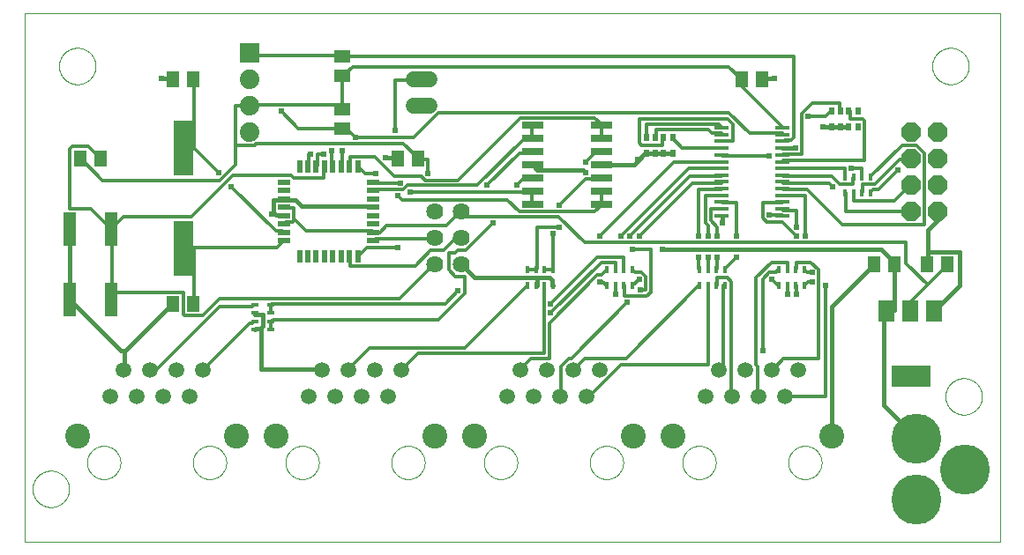
<source format=gtl>
G75*
%MOIN*%
%OFA0B0*%
%FSLAX25Y25*%
%IPPOS*%
%LPD*%
%AMOC8*
5,1,8,0,0,1.08239X$1,22.5*
%
%ADD10C,0.00000*%
%ADD11R,0.05800X0.01400*%
%ADD12R,0.02756X0.01772*%
%ADD13R,0.08000X0.02600*%
%ADD14R,0.01772X0.02756*%
%ADD15R,0.05118X0.06299*%
%ADD16R,0.02362X0.03150*%
%ADD17R,0.01969X0.03150*%
%ADD18R,0.05000X0.02200*%
%ADD19R,0.02200X0.05000*%
%ADD20R,0.07600X0.21000*%
%ADD21R,0.05906X0.05118*%
%ADD22R,0.05900X0.07900*%
%ADD23R,0.15000X0.07900*%
%ADD24C,0.06400*%
%ADD25R,0.05118X0.05906*%
%ADD26R,0.04724X0.12598*%
%ADD27C,0.06000*%
%ADD28C,0.05937*%
%ADD29C,0.09449*%
%ADD30C,0.18898*%
%ADD31OC8,0.07400*%
%ADD32R,0.07400X0.07400*%
%ADD33C,0.07400*%
%ADD34C,0.01800*%
%ADD35C,0.02400*%
%ADD36C,0.01200*%
D10*
X0006300Y0016250D02*
X0006300Y0216211D01*
X0375001Y0216211D01*
X0375001Y0016250D01*
X0006300Y0016250D01*
X0009410Y0036250D02*
X0009412Y0036419D01*
X0009418Y0036588D01*
X0009429Y0036757D01*
X0009443Y0036925D01*
X0009462Y0037093D01*
X0009485Y0037261D01*
X0009511Y0037428D01*
X0009542Y0037594D01*
X0009577Y0037760D01*
X0009616Y0037924D01*
X0009660Y0038088D01*
X0009707Y0038250D01*
X0009758Y0038411D01*
X0009813Y0038571D01*
X0009872Y0038730D01*
X0009934Y0038887D01*
X0010001Y0039042D01*
X0010072Y0039196D01*
X0010146Y0039348D01*
X0010224Y0039498D01*
X0010305Y0039646D01*
X0010390Y0039792D01*
X0010479Y0039936D01*
X0010571Y0040078D01*
X0010667Y0040217D01*
X0010766Y0040354D01*
X0010868Y0040489D01*
X0010974Y0040621D01*
X0011083Y0040750D01*
X0011195Y0040877D01*
X0011310Y0041001D01*
X0011428Y0041122D01*
X0011549Y0041240D01*
X0011673Y0041355D01*
X0011800Y0041467D01*
X0011929Y0041576D01*
X0012061Y0041682D01*
X0012196Y0041784D01*
X0012333Y0041883D01*
X0012472Y0041979D01*
X0012614Y0042071D01*
X0012758Y0042160D01*
X0012904Y0042245D01*
X0013052Y0042326D01*
X0013202Y0042404D01*
X0013354Y0042478D01*
X0013508Y0042549D01*
X0013663Y0042616D01*
X0013820Y0042678D01*
X0013979Y0042737D01*
X0014139Y0042792D01*
X0014300Y0042843D01*
X0014462Y0042890D01*
X0014626Y0042934D01*
X0014790Y0042973D01*
X0014956Y0043008D01*
X0015122Y0043039D01*
X0015289Y0043065D01*
X0015457Y0043088D01*
X0015625Y0043107D01*
X0015793Y0043121D01*
X0015962Y0043132D01*
X0016131Y0043138D01*
X0016300Y0043140D01*
X0016469Y0043138D01*
X0016638Y0043132D01*
X0016807Y0043121D01*
X0016975Y0043107D01*
X0017143Y0043088D01*
X0017311Y0043065D01*
X0017478Y0043039D01*
X0017644Y0043008D01*
X0017810Y0042973D01*
X0017974Y0042934D01*
X0018138Y0042890D01*
X0018300Y0042843D01*
X0018461Y0042792D01*
X0018621Y0042737D01*
X0018780Y0042678D01*
X0018937Y0042616D01*
X0019092Y0042549D01*
X0019246Y0042478D01*
X0019398Y0042404D01*
X0019548Y0042326D01*
X0019696Y0042245D01*
X0019842Y0042160D01*
X0019986Y0042071D01*
X0020128Y0041979D01*
X0020267Y0041883D01*
X0020404Y0041784D01*
X0020539Y0041682D01*
X0020671Y0041576D01*
X0020800Y0041467D01*
X0020927Y0041355D01*
X0021051Y0041240D01*
X0021172Y0041122D01*
X0021290Y0041001D01*
X0021405Y0040877D01*
X0021517Y0040750D01*
X0021626Y0040621D01*
X0021732Y0040489D01*
X0021834Y0040354D01*
X0021933Y0040217D01*
X0022029Y0040078D01*
X0022121Y0039936D01*
X0022210Y0039792D01*
X0022295Y0039646D01*
X0022376Y0039498D01*
X0022454Y0039348D01*
X0022528Y0039196D01*
X0022599Y0039042D01*
X0022666Y0038887D01*
X0022728Y0038730D01*
X0022787Y0038571D01*
X0022842Y0038411D01*
X0022893Y0038250D01*
X0022940Y0038088D01*
X0022984Y0037924D01*
X0023023Y0037760D01*
X0023058Y0037594D01*
X0023089Y0037428D01*
X0023115Y0037261D01*
X0023138Y0037093D01*
X0023157Y0036925D01*
X0023171Y0036757D01*
X0023182Y0036588D01*
X0023188Y0036419D01*
X0023190Y0036250D01*
X0023188Y0036081D01*
X0023182Y0035912D01*
X0023171Y0035743D01*
X0023157Y0035575D01*
X0023138Y0035407D01*
X0023115Y0035239D01*
X0023089Y0035072D01*
X0023058Y0034906D01*
X0023023Y0034740D01*
X0022984Y0034576D01*
X0022940Y0034412D01*
X0022893Y0034250D01*
X0022842Y0034089D01*
X0022787Y0033929D01*
X0022728Y0033770D01*
X0022666Y0033613D01*
X0022599Y0033458D01*
X0022528Y0033304D01*
X0022454Y0033152D01*
X0022376Y0033002D01*
X0022295Y0032854D01*
X0022210Y0032708D01*
X0022121Y0032564D01*
X0022029Y0032422D01*
X0021933Y0032283D01*
X0021834Y0032146D01*
X0021732Y0032011D01*
X0021626Y0031879D01*
X0021517Y0031750D01*
X0021405Y0031623D01*
X0021290Y0031499D01*
X0021172Y0031378D01*
X0021051Y0031260D01*
X0020927Y0031145D01*
X0020800Y0031033D01*
X0020671Y0030924D01*
X0020539Y0030818D01*
X0020404Y0030716D01*
X0020267Y0030617D01*
X0020128Y0030521D01*
X0019986Y0030429D01*
X0019842Y0030340D01*
X0019696Y0030255D01*
X0019548Y0030174D01*
X0019398Y0030096D01*
X0019246Y0030022D01*
X0019092Y0029951D01*
X0018937Y0029884D01*
X0018780Y0029822D01*
X0018621Y0029763D01*
X0018461Y0029708D01*
X0018300Y0029657D01*
X0018138Y0029610D01*
X0017974Y0029566D01*
X0017810Y0029527D01*
X0017644Y0029492D01*
X0017478Y0029461D01*
X0017311Y0029435D01*
X0017143Y0029412D01*
X0016975Y0029393D01*
X0016807Y0029379D01*
X0016638Y0029368D01*
X0016469Y0029362D01*
X0016300Y0029360D01*
X0016131Y0029362D01*
X0015962Y0029368D01*
X0015793Y0029379D01*
X0015625Y0029393D01*
X0015457Y0029412D01*
X0015289Y0029435D01*
X0015122Y0029461D01*
X0014956Y0029492D01*
X0014790Y0029527D01*
X0014626Y0029566D01*
X0014462Y0029610D01*
X0014300Y0029657D01*
X0014139Y0029708D01*
X0013979Y0029763D01*
X0013820Y0029822D01*
X0013663Y0029884D01*
X0013508Y0029951D01*
X0013354Y0030022D01*
X0013202Y0030096D01*
X0013052Y0030174D01*
X0012904Y0030255D01*
X0012758Y0030340D01*
X0012614Y0030429D01*
X0012472Y0030521D01*
X0012333Y0030617D01*
X0012196Y0030716D01*
X0012061Y0030818D01*
X0011929Y0030924D01*
X0011800Y0031033D01*
X0011673Y0031145D01*
X0011549Y0031260D01*
X0011428Y0031378D01*
X0011310Y0031499D01*
X0011195Y0031623D01*
X0011083Y0031750D01*
X0010974Y0031879D01*
X0010868Y0032011D01*
X0010766Y0032146D01*
X0010667Y0032283D01*
X0010571Y0032422D01*
X0010479Y0032564D01*
X0010390Y0032708D01*
X0010305Y0032854D01*
X0010224Y0033002D01*
X0010146Y0033152D01*
X0010072Y0033304D01*
X0010001Y0033458D01*
X0009934Y0033613D01*
X0009872Y0033770D01*
X0009813Y0033929D01*
X0009758Y0034089D01*
X0009707Y0034250D01*
X0009660Y0034412D01*
X0009616Y0034576D01*
X0009577Y0034740D01*
X0009542Y0034906D01*
X0009511Y0035072D01*
X0009485Y0035239D01*
X0009462Y0035407D01*
X0009443Y0035575D01*
X0009429Y0035743D01*
X0009418Y0035912D01*
X0009412Y0036081D01*
X0009410Y0036250D01*
X0030001Y0046250D02*
X0030003Y0046408D01*
X0030009Y0046566D01*
X0030019Y0046724D01*
X0030033Y0046882D01*
X0030051Y0047039D01*
X0030072Y0047196D01*
X0030098Y0047352D01*
X0030128Y0047508D01*
X0030161Y0047663D01*
X0030199Y0047816D01*
X0030240Y0047969D01*
X0030285Y0048121D01*
X0030334Y0048272D01*
X0030387Y0048421D01*
X0030443Y0048569D01*
X0030503Y0048715D01*
X0030567Y0048860D01*
X0030635Y0049003D01*
X0030706Y0049145D01*
X0030780Y0049285D01*
X0030858Y0049422D01*
X0030940Y0049558D01*
X0031024Y0049692D01*
X0031113Y0049823D01*
X0031204Y0049952D01*
X0031299Y0050079D01*
X0031396Y0050204D01*
X0031497Y0050326D01*
X0031601Y0050445D01*
X0031708Y0050562D01*
X0031818Y0050676D01*
X0031931Y0050787D01*
X0032046Y0050896D01*
X0032164Y0051001D01*
X0032285Y0051103D01*
X0032408Y0051203D01*
X0032534Y0051299D01*
X0032662Y0051392D01*
X0032792Y0051482D01*
X0032925Y0051568D01*
X0033060Y0051652D01*
X0033196Y0051731D01*
X0033335Y0051808D01*
X0033476Y0051880D01*
X0033618Y0051950D01*
X0033762Y0052015D01*
X0033908Y0052077D01*
X0034055Y0052135D01*
X0034204Y0052190D01*
X0034354Y0052241D01*
X0034505Y0052288D01*
X0034657Y0052331D01*
X0034810Y0052370D01*
X0034965Y0052406D01*
X0035120Y0052437D01*
X0035276Y0052465D01*
X0035432Y0052489D01*
X0035589Y0052509D01*
X0035747Y0052525D01*
X0035904Y0052537D01*
X0036063Y0052545D01*
X0036221Y0052549D01*
X0036379Y0052549D01*
X0036537Y0052545D01*
X0036696Y0052537D01*
X0036853Y0052525D01*
X0037011Y0052509D01*
X0037168Y0052489D01*
X0037324Y0052465D01*
X0037480Y0052437D01*
X0037635Y0052406D01*
X0037790Y0052370D01*
X0037943Y0052331D01*
X0038095Y0052288D01*
X0038246Y0052241D01*
X0038396Y0052190D01*
X0038545Y0052135D01*
X0038692Y0052077D01*
X0038838Y0052015D01*
X0038982Y0051950D01*
X0039124Y0051880D01*
X0039265Y0051808D01*
X0039404Y0051731D01*
X0039540Y0051652D01*
X0039675Y0051568D01*
X0039808Y0051482D01*
X0039938Y0051392D01*
X0040066Y0051299D01*
X0040192Y0051203D01*
X0040315Y0051103D01*
X0040436Y0051001D01*
X0040554Y0050896D01*
X0040669Y0050787D01*
X0040782Y0050676D01*
X0040892Y0050562D01*
X0040999Y0050445D01*
X0041103Y0050326D01*
X0041204Y0050204D01*
X0041301Y0050079D01*
X0041396Y0049952D01*
X0041487Y0049823D01*
X0041576Y0049692D01*
X0041660Y0049558D01*
X0041742Y0049422D01*
X0041820Y0049285D01*
X0041894Y0049145D01*
X0041965Y0049003D01*
X0042033Y0048860D01*
X0042097Y0048715D01*
X0042157Y0048569D01*
X0042213Y0048421D01*
X0042266Y0048272D01*
X0042315Y0048121D01*
X0042360Y0047969D01*
X0042401Y0047816D01*
X0042439Y0047663D01*
X0042472Y0047508D01*
X0042502Y0047352D01*
X0042528Y0047196D01*
X0042549Y0047039D01*
X0042567Y0046882D01*
X0042581Y0046724D01*
X0042591Y0046566D01*
X0042597Y0046408D01*
X0042599Y0046250D01*
X0042597Y0046092D01*
X0042591Y0045934D01*
X0042581Y0045776D01*
X0042567Y0045618D01*
X0042549Y0045461D01*
X0042528Y0045304D01*
X0042502Y0045148D01*
X0042472Y0044992D01*
X0042439Y0044837D01*
X0042401Y0044684D01*
X0042360Y0044531D01*
X0042315Y0044379D01*
X0042266Y0044228D01*
X0042213Y0044079D01*
X0042157Y0043931D01*
X0042097Y0043785D01*
X0042033Y0043640D01*
X0041965Y0043497D01*
X0041894Y0043355D01*
X0041820Y0043215D01*
X0041742Y0043078D01*
X0041660Y0042942D01*
X0041576Y0042808D01*
X0041487Y0042677D01*
X0041396Y0042548D01*
X0041301Y0042421D01*
X0041204Y0042296D01*
X0041103Y0042174D01*
X0040999Y0042055D01*
X0040892Y0041938D01*
X0040782Y0041824D01*
X0040669Y0041713D01*
X0040554Y0041604D01*
X0040436Y0041499D01*
X0040315Y0041397D01*
X0040192Y0041297D01*
X0040066Y0041201D01*
X0039938Y0041108D01*
X0039808Y0041018D01*
X0039675Y0040932D01*
X0039540Y0040848D01*
X0039404Y0040769D01*
X0039265Y0040692D01*
X0039124Y0040620D01*
X0038982Y0040550D01*
X0038838Y0040485D01*
X0038692Y0040423D01*
X0038545Y0040365D01*
X0038396Y0040310D01*
X0038246Y0040259D01*
X0038095Y0040212D01*
X0037943Y0040169D01*
X0037790Y0040130D01*
X0037635Y0040094D01*
X0037480Y0040063D01*
X0037324Y0040035D01*
X0037168Y0040011D01*
X0037011Y0039991D01*
X0036853Y0039975D01*
X0036696Y0039963D01*
X0036537Y0039955D01*
X0036379Y0039951D01*
X0036221Y0039951D01*
X0036063Y0039955D01*
X0035904Y0039963D01*
X0035747Y0039975D01*
X0035589Y0039991D01*
X0035432Y0040011D01*
X0035276Y0040035D01*
X0035120Y0040063D01*
X0034965Y0040094D01*
X0034810Y0040130D01*
X0034657Y0040169D01*
X0034505Y0040212D01*
X0034354Y0040259D01*
X0034204Y0040310D01*
X0034055Y0040365D01*
X0033908Y0040423D01*
X0033762Y0040485D01*
X0033618Y0040550D01*
X0033476Y0040620D01*
X0033335Y0040692D01*
X0033196Y0040769D01*
X0033060Y0040848D01*
X0032925Y0040932D01*
X0032792Y0041018D01*
X0032662Y0041108D01*
X0032534Y0041201D01*
X0032408Y0041297D01*
X0032285Y0041397D01*
X0032164Y0041499D01*
X0032046Y0041604D01*
X0031931Y0041713D01*
X0031818Y0041824D01*
X0031708Y0041938D01*
X0031601Y0042055D01*
X0031497Y0042174D01*
X0031396Y0042296D01*
X0031299Y0042421D01*
X0031204Y0042548D01*
X0031113Y0042677D01*
X0031024Y0042808D01*
X0030940Y0042942D01*
X0030858Y0043078D01*
X0030780Y0043215D01*
X0030706Y0043355D01*
X0030635Y0043497D01*
X0030567Y0043640D01*
X0030503Y0043785D01*
X0030443Y0043931D01*
X0030387Y0044079D01*
X0030334Y0044228D01*
X0030285Y0044379D01*
X0030240Y0044531D01*
X0030199Y0044684D01*
X0030161Y0044837D01*
X0030128Y0044992D01*
X0030098Y0045148D01*
X0030072Y0045304D01*
X0030051Y0045461D01*
X0030033Y0045618D01*
X0030019Y0045776D01*
X0030009Y0045934D01*
X0030003Y0046092D01*
X0030001Y0046250D01*
X0070001Y0046250D02*
X0070003Y0046408D01*
X0070009Y0046566D01*
X0070019Y0046724D01*
X0070033Y0046882D01*
X0070051Y0047039D01*
X0070072Y0047196D01*
X0070098Y0047352D01*
X0070128Y0047508D01*
X0070161Y0047663D01*
X0070199Y0047816D01*
X0070240Y0047969D01*
X0070285Y0048121D01*
X0070334Y0048272D01*
X0070387Y0048421D01*
X0070443Y0048569D01*
X0070503Y0048715D01*
X0070567Y0048860D01*
X0070635Y0049003D01*
X0070706Y0049145D01*
X0070780Y0049285D01*
X0070858Y0049422D01*
X0070940Y0049558D01*
X0071024Y0049692D01*
X0071113Y0049823D01*
X0071204Y0049952D01*
X0071299Y0050079D01*
X0071396Y0050204D01*
X0071497Y0050326D01*
X0071601Y0050445D01*
X0071708Y0050562D01*
X0071818Y0050676D01*
X0071931Y0050787D01*
X0072046Y0050896D01*
X0072164Y0051001D01*
X0072285Y0051103D01*
X0072408Y0051203D01*
X0072534Y0051299D01*
X0072662Y0051392D01*
X0072792Y0051482D01*
X0072925Y0051568D01*
X0073060Y0051652D01*
X0073196Y0051731D01*
X0073335Y0051808D01*
X0073476Y0051880D01*
X0073618Y0051950D01*
X0073762Y0052015D01*
X0073908Y0052077D01*
X0074055Y0052135D01*
X0074204Y0052190D01*
X0074354Y0052241D01*
X0074505Y0052288D01*
X0074657Y0052331D01*
X0074810Y0052370D01*
X0074965Y0052406D01*
X0075120Y0052437D01*
X0075276Y0052465D01*
X0075432Y0052489D01*
X0075589Y0052509D01*
X0075747Y0052525D01*
X0075904Y0052537D01*
X0076063Y0052545D01*
X0076221Y0052549D01*
X0076379Y0052549D01*
X0076537Y0052545D01*
X0076696Y0052537D01*
X0076853Y0052525D01*
X0077011Y0052509D01*
X0077168Y0052489D01*
X0077324Y0052465D01*
X0077480Y0052437D01*
X0077635Y0052406D01*
X0077790Y0052370D01*
X0077943Y0052331D01*
X0078095Y0052288D01*
X0078246Y0052241D01*
X0078396Y0052190D01*
X0078545Y0052135D01*
X0078692Y0052077D01*
X0078838Y0052015D01*
X0078982Y0051950D01*
X0079124Y0051880D01*
X0079265Y0051808D01*
X0079404Y0051731D01*
X0079540Y0051652D01*
X0079675Y0051568D01*
X0079808Y0051482D01*
X0079938Y0051392D01*
X0080066Y0051299D01*
X0080192Y0051203D01*
X0080315Y0051103D01*
X0080436Y0051001D01*
X0080554Y0050896D01*
X0080669Y0050787D01*
X0080782Y0050676D01*
X0080892Y0050562D01*
X0080999Y0050445D01*
X0081103Y0050326D01*
X0081204Y0050204D01*
X0081301Y0050079D01*
X0081396Y0049952D01*
X0081487Y0049823D01*
X0081576Y0049692D01*
X0081660Y0049558D01*
X0081742Y0049422D01*
X0081820Y0049285D01*
X0081894Y0049145D01*
X0081965Y0049003D01*
X0082033Y0048860D01*
X0082097Y0048715D01*
X0082157Y0048569D01*
X0082213Y0048421D01*
X0082266Y0048272D01*
X0082315Y0048121D01*
X0082360Y0047969D01*
X0082401Y0047816D01*
X0082439Y0047663D01*
X0082472Y0047508D01*
X0082502Y0047352D01*
X0082528Y0047196D01*
X0082549Y0047039D01*
X0082567Y0046882D01*
X0082581Y0046724D01*
X0082591Y0046566D01*
X0082597Y0046408D01*
X0082599Y0046250D01*
X0082597Y0046092D01*
X0082591Y0045934D01*
X0082581Y0045776D01*
X0082567Y0045618D01*
X0082549Y0045461D01*
X0082528Y0045304D01*
X0082502Y0045148D01*
X0082472Y0044992D01*
X0082439Y0044837D01*
X0082401Y0044684D01*
X0082360Y0044531D01*
X0082315Y0044379D01*
X0082266Y0044228D01*
X0082213Y0044079D01*
X0082157Y0043931D01*
X0082097Y0043785D01*
X0082033Y0043640D01*
X0081965Y0043497D01*
X0081894Y0043355D01*
X0081820Y0043215D01*
X0081742Y0043078D01*
X0081660Y0042942D01*
X0081576Y0042808D01*
X0081487Y0042677D01*
X0081396Y0042548D01*
X0081301Y0042421D01*
X0081204Y0042296D01*
X0081103Y0042174D01*
X0080999Y0042055D01*
X0080892Y0041938D01*
X0080782Y0041824D01*
X0080669Y0041713D01*
X0080554Y0041604D01*
X0080436Y0041499D01*
X0080315Y0041397D01*
X0080192Y0041297D01*
X0080066Y0041201D01*
X0079938Y0041108D01*
X0079808Y0041018D01*
X0079675Y0040932D01*
X0079540Y0040848D01*
X0079404Y0040769D01*
X0079265Y0040692D01*
X0079124Y0040620D01*
X0078982Y0040550D01*
X0078838Y0040485D01*
X0078692Y0040423D01*
X0078545Y0040365D01*
X0078396Y0040310D01*
X0078246Y0040259D01*
X0078095Y0040212D01*
X0077943Y0040169D01*
X0077790Y0040130D01*
X0077635Y0040094D01*
X0077480Y0040063D01*
X0077324Y0040035D01*
X0077168Y0040011D01*
X0077011Y0039991D01*
X0076853Y0039975D01*
X0076696Y0039963D01*
X0076537Y0039955D01*
X0076379Y0039951D01*
X0076221Y0039951D01*
X0076063Y0039955D01*
X0075904Y0039963D01*
X0075747Y0039975D01*
X0075589Y0039991D01*
X0075432Y0040011D01*
X0075276Y0040035D01*
X0075120Y0040063D01*
X0074965Y0040094D01*
X0074810Y0040130D01*
X0074657Y0040169D01*
X0074505Y0040212D01*
X0074354Y0040259D01*
X0074204Y0040310D01*
X0074055Y0040365D01*
X0073908Y0040423D01*
X0073762Y0040485D01*
X0073618Y0040550D01*
X0073476Y0040620D01*
X0073335Y0040692D01*
X0073196Y0040769D01*
X0073060Y0040848D01*
X0072925Y0040932D01*
X0072792Y0041018D01*
X0072662Y0041108D01*
X0072534Y0041201D01*
X0072408Y0041297D01*
X0072285Y0041397D01*
X0072164Y0041499D01*
X0072046Y0041604D01*
X0071931Y0041713D01*
X0071818Y0041824D01*
X0071708Y0041938D01*
X0071601Y0042055D01*
X0071497Y0042174D01*
X0071396Y0042296D01*
X0071299Y0042421D01*
X0071204Y0042548D01*
X0071113Y0042677D01*
X0071024Y0042808D01*
X0070940Y0042942D01*
X0070858Y0043078D01*
X0070780Y0043215D01*
X0070706Y0043355D01*
X0070635Y0043497D01*
X0070567Y0043640D01*
X0070503Y0043785D01*
X0070443Y0043931D01*
X0070387Y0044079D01*
X0070334Y0044228D01*
X0070285Y0044379D01*
X0070240Y0044531D01*
X0070199Y0044684D01*
X0070161Y0044837D01*
X0070128Y0044992D01*
X0070098Y0045148D01*
X0070072Y0045304D01*
X0070051Y0045461D01*
X0070033Y0045618D01*
X0070019Y0045776D01*
X0070009Y0045934D01*
X0070003Y0046092D01*
X0070001Y0046250D01*
X0105001Y0046250D02*
X0105003Y0046408D01*
X0105009Y0046566D01*
X0105019Y0046724D01*
X0105033Y0046882D01*
X0105051Y0047039D01*
X0105072Y0047196D01*
X0105098Y0047352D01*
X0105128Y0047508D01*
X0105161Y0047663D01*
X0105199Y0047816D01*
X0105240Y0047969D01*
X0105285Y0048121D01*
X0105334Y0048272D01*
X0105387Y0048421D01*
X0105443Y0048569D01*
X0105503Y0048715D01*
X0105567Y0048860D01*
X0105635Y0049003D01*
X0105706Y0049145D01*
X0105780Y0049285D01*
X0105858Y0049422D01*
X0105940Y0049558D01*
X0106024Y0049692D01*
X0106113Y0049823D01*
X0106204Y0049952D01*
X0106299Y0050079D01*
X0106396Y0050204D01*
X0106497Y0050326D01*
X0106601Y0050445D01*
X0106708Y0050562D01*
X0106818Y0050676D01*
X0106931Y0050787D01*
X0107046Y0050896D01*
X0107164Y0051001D01*
X0107285Y0051103D01*
X0107408Y0051203D01*
X0107534Y0051299D01*
X0107662Y0051392D01*
X0107792Y0051482D01*
X0107925Y0051568D01*
X0108060Y0051652D01*
X0108196Y0051731D01*
X0108335Y0051808D01*
X0108476Y0051880D01*
X0108618Y0051950D01*
X0108762Y0052015D01*
X0108908Y0052077D01*
X0109055Y0052135D01*
X0109204Y0052190D01*
X0109354Y0052241D01*
X0109505Y0052288D01*
X0109657Y0052331D01*
X0109810Y0052370D01*
X0109965Y0052406D01*
X0110120Y0052437D01*
X0110276Y0052465D01*
X0110432Y0052489D01*
X0110589Y0052509D01*
X0110747Y0052525D01*
X0110904Y0052537D01*
X0111063Y0052545D01*
X0111221Y0052549D01*
X0111379Y0052549D01*
X0111537Y0052545D01*
X0111696Y0052537D01*
X0111853Y0052525D01*
X0112011Y0052509D01*
X0112168Y0052489D01*
X0112324Y0052465D01*
X0112480Y0052437D01*
X0112635Y0052406D01*
X0112790Y0052370D01*
X0112943Y0052331D01*
X0113095Y0052288D01*
X0113246Y0052241D01*
X0113396Y0052190D01*
X0113545Y0052135D01*
X0113692Y0052077D01*
X0113838Y0052015D01*
X0113982Y0051950D01*
X0114124Y0051880D01*
X0114265Y0051808D01*
X0114404Y0051731D01*
X0114540Y0051652D01*
X0114675Y0051568D01*
X0114808Y0051482D01*
X0114938Y0051392D01*
X0115066Y0051299D01*
X0115192Y0051203D01*
X0115315Y0051103D01*
X0115436Y0051001D01*
X0115554Y0050896D01*
X0115669Y0050787D01*
X0115782Y0050676D01*
X0115892Y0050562D01*
X0115999Y0050445D01*
X0116103Y0050326D01*
X0116204Y0050204D01*
X0116301Y0050079D01*
X0116396Y0049952D01*
X0116487Y0049823D01*
X0116576Y0049692D01*
X0116660Y0049558D01*
X0116742Y0049422D01*
X0116820Y0049285D01*
X0116894Y0049145D01*
X0116965Y0049003D01*
X0117033Y0048860D01*
X0117097Y0048715D01*
X0117157Y0048569D01*
X0117213Y0048421D01*
X0117266Y0048272D01*
X0117315Y0048121D01*
X0117360Y0047969D01*
X0117401Y0047816D01*
X0117439Y0047663D01*
X0117472Y0047508D01*
X0117502Y0047352D01*
X0117528Y0047196D01*
X0117549Y0047039D01*
X0117567Y0046882D01*
X0117581Y0046724D01*
X0117591Y0046566D01*
X0117597Y0046408D01*
X0117599Y0046250D01*
X0117597Y0046092D01*
X0117591Y0045934D01*
X0117581Y0045776D01*
X0117567Y0045618D01*
X0117549Y0045461D01*
X0117528Y0045304D01*
X0117502Y0045148D01*
X0117472Y0044992D01*
X0117439Y0044837D01*
X0117401Y0044684D01*
X0117360Y0044531D01*
X0117315Y0044379D01*
X0117266Y0044228D01*
X0117213Y0044079D01*
X0117157Y0043931D01*
X0117097Y0043785D01*
X0117033Y0043640D01*
X0116965Y0043497D01*
X0116894Y0043355D01*
X0116820Y0043215D01*
X0116742Y0043078D01*
X0116660Y0042942D01*
X0116576Y0042808D01*
X0116487Y0042677D01*
X0116396Y0042548D01*
X0116301Y0042421D01*
X0116204Y0042296D01*
X0116103Y0042174D01*
X0115999Y0042055D01*
X0115892Y0041938D01*
X0115782Y0041824D01*
X0115669Y0041713D01*
X0115554Y0041604D01*
X0115436Y0041499D01*
X0115315Y0041397D01*
X0115192Y0041297D01*
X0115066Y0041201D01*
X0114938Y0041108D01*
X0114808Y0041018D01*
X0114675Y0040932D01*
X0114540Y0040848D01*
X0114404Y0040769D01*
X0114265Y0040692D01*
X0114124Y0040620D01*
X0113982Y0040550D01*
X0113838Y0040485D01*
X0113692Y0040423D01*
X0113545Y0040365D01*
X0113396Y0040310D01*
X0113246Y0040259D01*
X0113095Y0040212D01*
X0112943Y0040169D01*
X0112790Y0040130D01*
X0112635Y0040094D01*
X0112480Y0040063D01*
X0112324Y0040035D01*
X0112168Y0040011D01*
X0112011Y0039991D01*
X0111853Y0039975D01*
X0111696Y0039963D01*
X0111537Y0039955D01*
X0111379Y0039951D01*
X0111221Y0039951D01*
X0111063Y0039955D01*
X0110904Y0039963D01*
X0110747Y0039975D01*
X0110589Y0039991D01*
X0110432Y0040011D01*
X0110276Y0040035D01*
X0110120Y0040063D01*
X0109965Y0040094D01*
X0109810Y0040130D01*
X0109657Y0040169D01*
X0109505Y0040212D01*
X0109354Y0040259D01*
X0109204Y0040310D01*
X0109055Y0040365D01*
X0108908Y0040423D01*
X0108762Y0040485D01*
X0108618Y0040550D01*
X0108476Y0040620D01*
X0108335Y0040692D01*
X0108196Y0040769D01*
X0108060Y0040848D01*
X0107925Y0040932D01*
X0107792Y0041018D01*
X0107662Y0041108D01*
X0107534Y0041201D01*
X0107408Y0041297D01*
X0107285Y0041397D01*
X0107164Y0041499D01*
X0107046Y0041604D01*
X0106931Y0041713D01*
X0106818Y0041824D01*
X0106708Y0041938D01*
X0106601Y0042055D01*
X0106497Y0042174D01*
X0106396Y0042296D01*
X0106299Y0042421D01*
X0106204Y0042548D01*
X0106113Y0042677D01*
X0106024Y0042808D01*
X0105940Y0042942D01*
X0105858Y0043078D01*
X0105780Y0043215D01*
X0105706Y0043355D01*
X0105635Y0043497D01*
X0105567Y0043640D01*
X0105503Y0043785D01*
X0105443Y0043931D01*
X0105387Y0044079D01*
X0105334Y0044228D01*
X0105285Y0044379D01*
X0105240Y0044531D01*
X0105199Y0044684D01*
X0105161Y0044837D01*
X0105128Y0044992D01*
X0105098Y0045148D01*
X0105072Y0045304D01*
X0105051Y0045461D01*
X0105033Y0045618D01*
X0105019Y0045776D01*
X0105009Y0045934D01*
X0105003Y0046092D01*
X0105001Y0046250D01*
X0145001Y0046250D02*
X0145003Y0046408D01*
X0145009Y0046566D01*
X0145019Y0046724D01*
X0145033Y0046882D01*
X0145051Y0047039D01*
X0145072Y0047196D01*
X0145098Y0047352D01*
X0145128Y0047508D01*
X0145161Y0047663D01*
X0145199Y0047816D01*
X0145240Y0047969D01*
X0145285Y0048121D01*
X0145334Y0048272D01*
X0145387Y0048421D01*
X0145443Y0048569D01*
X0145503Y0048715D01*
X0145567Y0048860D01*
X0145635Y0049003D01*
X0145706Y0049145D01*
X0145780Y0049285D01*
X0145858Y0049422D01*
X0145940Y0049558D01*
X0146024Y0049692D01*
X0146113Y0049823D01*
X0146204Y0049952D01*
X0146299Y0050079D01*
X0146396Y0050204D01*
X0146497Y0050326D01*
X0146601Y0050445D01*
X0146708Y0050562D01*
X0146818Y0050676D01*
X0146931Y0050787D01*
X0147046Y0050896D01*
X0147164Y0051001D01*
X0147285Y0051103D01*
X0147408Y0051203D01*
X0147534Y0051299D01*
X0147662Y0051392D01*
X0147792Y0051482D01*
X0147925Y0051568D01*
X0148060Y0051652D01*
X0148196Y0051731D01*
X0148335Y0051808D01*
X0148476Y0051880D01*
X0148618Y0051950D01*
X0148762Y0052015D01*
X0148908Y0052077D01*
X0149055Y0052135D01*
X0149204Y0052190D01*
X0149354Y0052241D01*
X0149505Y0052288D01*
X0149657Y0052331D01*
X0149810Y0052370D01*
X0149965Y0052406D01*
X0150120Y0052437D01*
X0150276Y0052465D01*
X0150432Y0052489D01*
X0150589Y0052509D01*
X0150747Y0052525D01*
X0150904Y0052537D01*
X0151063Y0052545D01*
X0151221Y0052549D01*
X0151379Y0052549D01*
X0151537Y0052545D01*
X0151696Y0052537D01*
X0151853Y0052525D01*
X0152011Y0052509D01*
X0152168Y0052489D01*
X0152324Y0052465D01*
X0152480Y0052437D01*
X0152635Y0052406D01*
X0152790Y0052370D01*
X0152943Y0052331D01*
X0153095Y0052288D01*
X0153246Y0052241D01*
X0153396Y0052190D01*
X0153545Y0052135D01*
X0153692Y0052077D01*
X0153838Y0052015D01*
X0153982Y0051950D01*
X0154124Y0051880D01*
X0154265Y0051808D01*
X0154404Y0051731D01*
X0154540Y0051652D01*
X0154675Y0051568D01*
X0154808Y0051482D01*
X0154938Y0051392D01*
X0155066Y0051299D01*
X0155192Y0051203D01*
X0155315Y0051103D01*
X0155436Y0051001D01*
X0155554Y0050896D01*
X0155669Y0050787D01*
X0155782Y0050676D01*
X0155892Y0050562D01*
X0155999Y0050445D01*
X0156103Y0050326D01*
X0156204Y0050204D01*
X0156301Y0050079D01*
X0156396Y0049952D01*
X0156487Y0049823D01*
X0156576Y0049692D01*
X0156660Y0049558D01*
X0156742Y0049422D01*
X0156820Y0049285D01*
X0156894Y0049145D01*
X0156965Y0049003D01*
X0157033Y0048860D01*
X0157097Y0048715D01*
X0157157Y0048569D01*
X0157213Y0048421D01*
X0157266Y0048272D01*
X0157315Y0048121D01*
X0157360Y0047969D01*
X0157401Y0047816D01*
X0157439Y0047663D01*
X0157472Y0047508D01*
X0157502Y0047352D01*
X0157528Y0047196D01*
X0157549Y0047039D01*
X0157567Y0046882D01*
X0157581Y0046724D01*
X0157591Y0046566D01*
X0157597Y0046408D01*
X0157599Y0046250D01*
X0157597Y0046092D01*
X0157591Y0045934D01*
X0157581Y0045776D01*
X0157567Y0045618D01*
X0157549Y0045461D01*
X0157528Y0045304D01*
X0157502Y0045148D01*
X0157472Y0044992D01*
X0157439Y0044837D01*
X0157401Y0044684D01*
X0157360Y0044531D01*
X0157315Y0044379D01*
X0157266Y0044228D01*
X0157213Y0044079D01*
X0157157Y0043931D01*
X0157097Y0043785D01*
X0157033Y0043640D01*
X0156965Y0043497D01*
X0156894Y0043355D01*
X0156820Y0043215D01*
X0156742Y0043078D01*
X0156660Y0042942D01*
X0156576Y0042808D01*
X0156487Y0042677D01*
X0156396Y0042548D01*
X0156301Y0042421D01*
X0156204Y0042296D01*
X0156103Y0042174D01*
X0155999Y0042055D01*
X0155892Y0041938D01*
X0155782Y0041824D01*
X0155669Y0041713D01*
X0155554Y0041604D01*
X0155436Y0041499D01*
X0155315Y0041397D01*
X0155192Y0041297D01*
X0155066Y0041201D01*
X0154938Y0041108D01*
X0154808Y0041018D01*
X0154675Y0040932D01*
X0154540Y0040848D01*
X0154404Y0040769D01*
X0154265Y0040692D01*
X0154124Y0040620D01*
X0153982Y0040550D01*
X0153838Y0040485D01*
X0153692Y0040423D01*
X0153545Y0040365D01*
X0153396Y0040310D01*
X0153246Y0040259D01*
X0153095Y0040212D01*
X0152943Y0040169D01*
X0152790Y0040130D01*
X0152635Y0040094D01*
X0152480Y0040063D01*
X0152324Y0040035D01*
X0152168Y0040011D01*
X0152011Y0039991D01*
X0151853Y0039975D01*
X0151696Y0039963D01*
X0151537Y0039955D01*
X0151379Y0039951D01*
X0151221Y0039951D01*
X0151063Y0039955D01*
X0150904Y0039963D01*
X0150747Y0039975D01*
X0150589Y0039991D01*
X0150432Y0040011D01*
X0150276Y0040035D01*
X0150120Y0040063D01*
X0149965Y0040094D01*
X0149810Y0040130D01*
X0149657Y0040169D01*
X0149505Y0040212D01*
X0149354Y0040259D01*
X0149204Y0040310D01*
X0149055Y0040365D01*
X0148908Y0040423D01*
X0148762Y0040485D01*
X0148618Y0040550D01*
X0148476Y0040620D01*
X0148335Y0040692D01*
X0148196Y0040769D01*
X0148060Y0040848D01*
X0147925Y0040932D01*
X0147792Y0041018D01*
X0147662Y0041108D01*
X0147534Y0041201D01*
X0147408Y0041297D01*
X0147285Y0041397D01*
X0147164Y0041499D01*
X0147046Y0041604D01*
X0146931Y0041713D01*
X0146818Y0041824D01*
X0146708Y0041938D01*
X0146601Y0042055D01*
X0146497Y0042174D01*
X0146396Y0042296D01*
X0146299Y0042421D01*
X0146204Y0042548D01*
X0146113Y0042677D01*
X0146024Y0042808D01*
X0145940Y0042942D01*
X0145858Y0043078D01*
X0145780Y0043215D01*
X0145706Y0043355D01*
X0145635Y0043497D01*
X0145567Y0043640D01*
X0145503Y0043785D01*
X0145443Y0043931D01*
X0145387Y0044079D01*
X0145334Y0044228D01*
X0145285Y0044379D01*
X0145240Y0044531D01*
X0145199Y0044684D01*
X0145161Y0044837D01*
X0145128Y0044992D01*
X0145098Y0045148D01*
X0145072Y0045304D01*
X0145051Y0045461D01*
X0145033Y0045618D01*
X0145019Y0045776D01*
X0145009Y0045934D01*
X0145003Y0046092D01*
X0145001Y0046250D01*
X0180001Y0046250D02*
X0180003Y0046408D01*
X0180009Y0046566D01*
X0180019Y0046724D01*
X0180033Y0046882D01*
X0180051Y0047039D01*
X0180072Y0047196D01*
X0180098Y0047352D01*
X0180128Y0047508D01*
X0180161Y0047663D01*
X0180199Y0047816D01*
X0180240Y0047969D01*
X0180285Y0048121D01*
X0180334Y0048272D01*
X0180387Y0048421D01*
X0180443Y0048569D01*
X0180503Y0048715D01*
X0180567Y0048860D01*
X0180635Y0049003D01*
X0180706Y0049145D01*
X0180780Y0049285D01*
X0180858Y0049422D01*
X0180940Y0049558D01*
X0181024Y0049692D01*
X0181113Y0049823D01*
X0181204Y0049952D01*
X0181299Y0050079D01*
X0181396Y0050204D01*
X0181497Y0050326D01*
X0181601Y0050445D01*
X0181708Y0050562D01*
X0181818Y0050676D01*
X0181931Y0050787D01*
X0182046Y0050896D01*
X0182164Y0051001D01*
X0182285Y0051103D01*
X0182408Y0051203D01*
X0182534Y0051299D01*
X0182662Y0051392D01*
X0182792Y0051482D01*
X0182925Y0051568D01*
X0183060Y0051652D01*
X0183196Y0051731D01*
X0183335Y0051808D01*
X0183476Y0051880D01*
X0183618Y0051950D01*
X0183762Y0052015D01*
X0183908Y0052077D01*
X0184055Y0052135D01*
X0184204Y0052190D01*
X0184354Y0052241D01*
X0184505Y0052288D01*
X0184657Y0052331D01*
X0184810Y0052370D01*
X0184965Y0052406D01*
X0185120Y0052437D01*
X0185276Y0052465D01*
X0185432Y0052489D01*
X0185589Y0052509D01*
X0185747Y0052525D01*
X0185904Y0052537D01*
X0186063Y0052545D01*
X0186221Y0052549D01*
X0186379Y0052549D01*
X0186537Y0052545D01*
X0186696Y0052537D01*
X0186853Y0052525D01*
X0187011Y0052509D01*
X0187168Y0052489D01*
X0187324Y0052465D01*
X0187480Y0052437D01*
X0187635Y0052406D01*
X0187790Y0052370D01*
X0187943Y0052331D01*
X0188095Y0052288D01*
X0188246Y0052241D01*
X0188396Y0052190D01*
X0188545Y0052135D01*
X0188692Y0052077D01*
X0188838Y0052015D01*
X0188982Y0051950D01*
X0189124Y0051880D01*
X0189265Y0051808D01*
X0189404Y0051731D01*
X0189540Y0051652D01*
X0189675Y0051568D01*
X0189808Y0051482D01*
X0189938Y0051392D01*
X0190066Y0051299D01*
X0190192Y0051203D01*
X0190315Y0051103D01*
X0190436Y0051001D01*
X0190554Y0050896D01*
X0190669Y0050787D01*
X0190782Y0050676D01*
X0190892Y0050562D01*
X0190999Y0050445D01*
X0191103Y0050326D01*
X0191204Y0050204D01*
X0191301Y0050079D01*
X0191396Y0049952D01*
X0191487Y0049823D01*
X0191576Y0049692D01*
X0191660Y0049558D01*
X0191742Y0049422D01*
X0191820Y0049285D01*
X0191894Y0049145D01*
X0191965Y0049003D01*
X0192033Y0048860D01*
X0192097Y0048715D01*
X0192157Y0048569D01*
X0192213Y0048421D01*
X0192266Y0048272D01*
X0192315Y0048121D01*
X0192360Y0047969D01*
X0192401Y0047816D01*
X0192439Y0047663D01*
X0192472Y0047508D01*
X0192502Y0047352D01*
X0192528Y0047196D01*
X0192549Y0047039D01*
X0192567Y0046882D01*
X0192581Y0046724D01*
X0192591Y0046566D01*
X0192597Y0046408D01*
X0192599Y0046250D01*
X0192597Y0046092D01*
X0192591Y0045934D01*
X0192581Y0045776D01*
X0192567Y0045618D01*
X0192549Y0045461D01*
X0192528Y0045304D01*
X0192502Y0045148D01*
X0192472Y0044992D01*
X0192439Y0044837D01*
X0192401Y0044684D01*
X0192360Y0044531D01*
X0192315Y0044379D01*
X0192266Y0044228D01*
X0192213Y0044079D01*
X0192157Y0043931D01*
X0192097Y0043785D01*
X0192033Y0043640D01*
X0191965Y0043497D01*
X0191894Y0043355D01*
X0191820Y0043215D01*
X0191742Y0043078D01*
X0191660Y0042942D01*
X0191576Y0042808D01*
X0191487Y0042677D01*
X0191396Y0042548D01*
X0191301Y0042421D01*
X0191204Y0042296D01*
X0191103Y0042174D01*
X0190999Y0042055D01*
X0190892Y0041938D01*
X0190782Y0041824D01*
X0190669Y0041713D01*
X0190554Y0041604D01*
X0190436Y0041499D01*
X0190315Y0041397D01*
X0190192Y0041297D01*
X0190066Y0041201D01*
X0189938Y0041108D01*
X0189808Y0041018D01*
X0189675Y0040932D01*
X0189540Y0040848D01*
X0189404Y0040769D01*
X0189265Y0040692D01*
X0189124Y0040620D01*
X0188982Y0040550D01*
X0188838Y0040485D01*
X0188692Y0040423D01*
X0188545Y0040365D01*
X0188396Y0040310D01*
X0188246Y0040259D01*
X0188095Y0040212D01*
X0187943Y0040169D01*
X0187790Y0040130D01*
X0187635Y0040094D01*
X0187480Y0040063D01*
X0187324Y0040035D01*
X0187168Y0040011D01*
X0187011Y0039991D01*
X0186853Y0039975D01*
X0186696Y0039963D01*
X0186537Y0039955D01*
X0186379Y0039951D01*
X0186221Y0039951D01*
X0186063Y0039955D01*
X0185904Y0039963D01*
X0185747Y0039975D01*
X0185589Y0039991D01*
X0185432Y0040011D01*
X0185276Y0040035D01*
X0185120Y0040063D01*
X0184965Y0040094D01*
X0184810Y0040130D01*
X0184657Y0040169D01*
X0184505Y0040212D01*
X0184354Y0040259D01*
X0184204Y0040310D01*
X0184055Y0040365D01*
X0183908Y0040423D01*
X0183762Y0040485D01*
X0183618Y0040550D01*
X0183476Y0040620D01*
X0183335Y0040692D01*
X0183196Y0040769D01*
X0183060Y0040848D01*
X0182925Y0040932D01*
X0182792Y0041018D01*
X0182662Y0041108D01*
X0182534Y0041201D01*
X0182408Y0041297D01*
X0182285Y0041397D01*
X0182164Y0041499D01*
X0182046Y0041604D01*
X0181931Y0041713D01*
X0181818Y0041824D01*
X0181708Y0041938D01*
X0181601Y0042055D01*
X0181497Y0042174D01*
X0181396Y0042296D01*
X0181299Y0042421D01*
X0181204Y0042548D01*
X0181113Y0042677D01*
X0181024Y0042808D01*
X0180940Y0042942D01*
X0180858Y0043078D01*
X0180780Y0043215D01*
X0180706Y0043355D01*
X0180635Y0043497D01*
X0180567Y0043640D01*
X0180503Y0043785D01*
X0180443Y0043931D01*
X0180387Y0044079D01*
X0180334Y0044228D01*
X0180285Y0044379D01*
X0180240Y0044531D01*
X0180199Y0044684D01*
X0180161Y0044837D01*
X0180128Y0044992D01*
X0180098Y0045148D01*
X0180072Y0045304D01*
X0180051Y0045461D01*
X0180033Y0045618D01*
X0180019Y0045776D01*
X0180009Y0045934D01*
X0180003Y0046092D01*
X0180001Y0046250D01*
X0220001Y0046250D02*
X0220003Y0046408D01*
X0220009Y0046566D01*
X0220019Y0046724D01*
X0220033Y0046882D01*
X0220051Y0047039D01*
X0220072Y0047196D01*
X0220098Y0047352D01*
X0220128Y0047508D01*
X0220161Y0047663D01*
X0220199Y0047816D01*
X0220240Y0047969D01*
X0220285Y0048121D01*
X0220334Y0048272D01*
X0220387Y0048421D01*
X0220443Y0048569D01*
X0220503Y0048715D01*
X0220567Y0048860D01*
X0220635Y0049003D01*
X0220706Y0049145D01*
X0220780Y0049285D01*
X0220858Y0049422D01*
X0220940Y0049558D01*
X0221024Y0049692D01*
X0221113Y0049823D01*
X0221204Y0049952D01*
X0221299Y0050079D01*
X0221396Y0050204D01*
X0221497Y0050326D01*
X0221601Y0050445D01*
X0221708Y0050562D01*
X0221818Y0050676D01*
X0221931Y0050787D01*
X0222046Y0050896D01*
X0222164Y0051001D01*
X0222285Y0051103D01*
X0222408Y0051203D01*
X0222534Y0051299D01*
X0222662Y0051392D01*
X0222792Y0051482D01*
X0222925Y0051568D01*
X0223060Y0051652D01*
X0223196Y0051731D01*
X0223335Y0051808D01*
X0223476Y0051880D01*
X0223618Y0051950D01*
X0223762Y0052015D01*
X0223908Y0052077D01*
X0224055Y0052135D01*
X0224204Y0052190D01*
X0224354Y0052241D01*
X0224505Y0052288D01*
X0224657Y0052331D01*
X0224810Y0052370D01*
X0224965Y0052406D01*
X0225120Y0052437D01*
X0225276Y0052465D01*
X0225432Y0052489D01*
X0225589Y0052509D01*
X0225747Y0052525D01*
X0225904Y0052537D01*
X0226063Y0052545D01*
X0226221Y0052549D01*
X0226379Y0052549D01*
X0226537Y0052545D01*
X0226696Y0052537D01*
X0226853Y0052525D01*
X0227011Y0052509D01*
X0227168Y0052489D01*
X0227324Y0052465D01*
X0227480Y0052437D01*
X0227635Y0052406D01*
X0227790Y0052370D01*
X0227943Y0052331D01*
X0228095Y0052288D01*
X0228246Y0052241D01*
X0228396Y0052190D01*
X0228545Y0052135D01*
X0228692Y0052077D01*
X0228838Y0052015D01*
X0228982Y0051950D01*
X0229124Y0051880D01*
X0229265Y0051808D01*
X0229404Y0051731D01*
X0229540Y0051652D01*
X0229675Y0051568D01*
X0229808Y0051482D01*
X0229938Y0051392D01*
X0230066Y0051299D01*
X0230192Y0051203D01*
X0230315Y0051103D01*
X0230436Y0051001D01*
X0230554Y0050896D01*
X0230669Y0050787D01*
X0230782Y0050676D01*
X0230892Y0050562D01*
X0230999Y0050445D01*
X0231103Y0050326D01*
X0231204Y0050204D01*
X0231301Y0050079D01*
X0231396Y0049952D01*
X0231487Y0049823D01*
X0231576Y0049692D01*
X0231660Y0049558D01*
X0231742Y0049422D01*
X0231820Y0049285D01*
X0231894Y0049145D01*
X0231965Y0049003D01*
X0232033Y0048860D01*
X0232097Y0048715D01*
X0232157Y0048569D01*
X0232213Y0048421D01*
X0232266Y0048272D01*
X0232315Y0048121D01*
X0232360Y0047969D01*
X0232401Y0047816D01*
X0232439Y0047663D01*
X0232472Y0047508D01*
X0232502Y0047352D01*
X0232528Y0047196D01*
X0232549Y0047039D01*
X0232567Y0046882D01*
X0232581Y0046724D01*
X0232591Y0046566D01*
X0232597Y0046408D01*
X0232599Y0046250D01*
X0232597Y0046092D01*
X0232591Y0045934D01*
X0232581Y0045776D01*
X0232567Y0045618D01*
X0232549Y0045461D01*
X0232528Y0045304D01*
X0232502Y0045148D01*
X0232472Y0044992D01*
X0232439Y0044837D01*
X0232401Y0044684D01*
X0232360Y0044531D01*
X0232315Y0044379D01*
X0232266Y0044228D01*
X0232213Y0044079D01*
X0232157Y0043931D01*
X0232097Y0043785D01*
X0232033Y0043640D01*
X0231965Y0043497D01*
X0231894Y0043355D01*
X0231820Y0043215D01*
X0231742Y0043078D01*
X0231660Y0042942D01*
X0231576Y0042808D01*
X0231487Y0042677D01*
X0231396Y0042548D01*
X0231301Y0042421D01*
X0231204Y0042296D01*
X0231103Y0042174D01*
X0230999Y0042055D01*
X0230892Y0041938D01*
X0230782Y0041824D01*
X0230669Y0041713D01*
X0230554Y0041604D01*
X0230436Y0041499D01*
X0230315Y0041397D01*
X0230192Y0041297D01*
X0230066Y0041201D01*
X0229938Y0041108D01*
X0229808Y0041018D01*
X0229675Y0040932D01*
X0229540Y0040848D01*
X0229404Y0040769D01*
X0229265Y0040692D01*
X0229124Y0040620D01*
X0228982Y0040550D01*
X0228838Y0040485D01*
X0228692Y0040423D01*
X0228545Y0040365D01*
X0228396Y0040310D01*
X0228246Y0040259D01*
X0228095Y0040212D01*
X0227943Y0040169D01*
X0227790Y0040130D01*
X0227635Y0040094D01*
X0227480Y0040063D01*
X0227324Y0040035D01*
X0227168Y0040011D01*
X0227011Y0039991D01*
X0226853Y0039975D01*
X0226696Y0039963D01*
X0226537Y0039955D01*
X0226379Y0039951D01*
X0226221Y0039951D01*
X0226063Y0039955D01*
X0225904Y0039963D01*
X0225747Y0039975D01*
X0225589Y0039991D01*
X0225432Y0040011D01*
X0225276Y0040035D01*
X0225120Y0040063D01*
X0224965Y0040094D01*
X0224810Y0040130D01*
X0224657Y0040169D01*
X0224505Y0040212D01*
X0224354Y0040259D01*
X0224204Y0040310D01*
X0224055Y0040365D01*
X0223908Y0040423D01*
X0223762Y0040485D01*
X0223618Y0040550D01*
X0223476Y0040620D01*
X0223335Y0040692D01*
X0223196Y0040769D01*
X0223060Y0040848D01*
X0222925Y0040932D01*
X0222792Y0041018D01*
X0222662Y0041108D01*
X0222534Y0041201D01*
X0222408Y0041297D01*
X0222285Y0041397D01*
X0222164Y0041499D01*
X0222046Y0041604D01*
X0221931Y0041713D01*
X0221818Y0041824D01*
X0221708Y0041938D01*
X0221601Y0042055D01*
X0221497Y0042174D01*
X0221396Y0042296D01*
X0221299Y0042421D01*
X0221204Y0042548D01*
X0221113Y0042677D01*
X0221024Y0042808D01*
X0220940Y0042942D01*
X0220858Y0043078D01*
X0220780Y0043215D01*
X0220706Y0043355D01*
X0220635Y0043497D01*
X0220567Y0043640D01*
X0220503Y0043785D01*
X0220443Y0043931D01*
X0220387Y0044079D01*
X0220334Y0044228D01*
X0220285Y0044379D01*
X0220240Y0044531D01*
X0220199Y0044684D01*
X0220161Y0044837D01*
X0220128Y0044992D01*
X0220098Y0045148D01*
X0220072Y0045304D01*
X0220051Y0045461D01*
X0220033Y0045618D01*
X0220019Y0045776D01*
X0220009Y0045934D01*
X0220003Y0046092D01*
X0220001Y0046250D01*
X0255001Y0046250D02*
X0255003Y0046408D01*
X0255009Y0046566D01*
X0255019Y0046724D01*
X0255033Y0046882D01*
X0255051Y0047039D01*
X0255072Y0047196D01*
X0255098Y0047352D01*
X0255128Y0047508D01*
X0255161Y0047663D01*
X0255199Y0047816D01*
X0255240Y0047969D01*
X0255285Y0048121D01*
X0255334Y0048272D01*
X0255387Y0048421D01*
X0255443Y0048569D01*
X0255503Y0048715D01*
X0255567Y0048860D01*
X0255635Y0049003D01*
X0255706Y0049145D01*
X0255780Y0049285D01*
X0255858Y0049422D01*
X0255940Y0049558D01*
X0256024Y0049692D01*
X0256113Y0049823D01*
X0256204Y0049952D01*
X0256299Y0050079D01*
X0256396Y0050204D01*
X0256497Y0050326D01*
X0256601Y0050445D01*
X0256708Y0050562D01*
X0256818Y0050676D01*
X0256931Y0050787D01*
X0257046Y0050896D01*
X0257164Y0051001D01*
X0257285Y0051103D01*
X0257408Y0051203D01*
X0257534Y0051299D01*
X0257662Y0051392D01*
X0257792Y0051482D01*
X0257925Y0051568D01*
X0258060Y0051652D01*
X0258196Y0051731D01*
X0258335Y0051808D01*
X0258476Y0051880D01*
X0258618Y0051950D01*
X0258762Y0052015D01*
X0258908Y0052077D01*
X0259055Y0052135D01*
X0259204Y0052190D01*
X0259354Y0052241D01*
X0259505Y0052288D01*
X0259657Y0052331D01*
X0259810Y0052370D01*
X0259965Y0052406D01*
X0260120Y0052437D01*
X0260276Y0052465D01*
X0260432Y0052489D01*
X0260589Y0052509D01*
X0260747Y0052525D01*
X0260904Y0052537D01*
X0261063Y0052545D01*
X0261221Y0052549D01*
X0261379Y0052549D01*
X0261537Y0052545D01*
X0261696Y0052537D01*
X0261853Y0052525D01*
X0262011Y0052509D01*
X0262168Y0052489D01*
X0262324Y0052465D01*
X0262480Y0052437D01*
X0262635Y0052406D01*
X0262790Y0052370D01*
X0262943Y0052331D01*
X0263095Y0052288D01*
X0263246Y0052241D01*
X0263396Y0052190D01*
X0263545Y0052135D01*
X0263692Y0052077D01*
X0263838Y0052015D01*
X0263982Y0051950D01*
X0264124Y0051880D01*
X0264265Y0051808D01*
X0264404Y0051731D01*
X0264540Y0051652D01*
X0264675Y0051568D01*
X0264808Y0051482D01*
X0264938Y0051392D01*
X0265066Y0051299D01*
X0265192Y0051203D01*
X0265315Y0051103D01*
X0265436Y0051001D01*
X0265554Y0050896D01*
X0265669Y0050787D01*
X0265782Y0050676D01*
X0265892Y0050562D01*
X0265999Y0050445D01*
X0266103Y0050326D01*
X0266204Y0050204D01*
X0266301Y0050079D01*
X0266396Y0049952D01*
X0266487Y0049823D01*
X0266576Y0049692D01*
X0266660Y0049558D01*
X0266742Y0049422D01*
X0266820Y0049285D01*
X0266894Y0049145D01*
X0266965Y0049003D01*
X0267033Y0048860D01*
X0267097Y0048715D01*
X0267157Y0048569D01*
X0267213Y0048421D01*
X0267266Y0048272D01*
X0267315Y0048121D01*
X0267360Y0047969D01*
X0267401Y0047816D01*
X0267439Y0047663D01*
X0267472Y0047508D01*
X0267502Y0047352D01*
X0267528Y0047196D01*
X0267549Y0047039D01*
X0267567Y0046882D01*
X0267581Y0046724D01*
X0267591Y0046566D01*
X0267597Y0046408D01*
X0267599Y0046250D01*
X0267597Y0046092D01*
X0267591Y0045934D01*
X0267581Y0045776D01*
X0267567Y0045618D01*
X0267549Y0045461D01*
X0267528Y0045304D01*
X0267502Y0045148D01*
X0267472Y0044992D01*
X0267439Y0044837D01*
X0267401Y0044684D01*
X0267360Y0044531D01*
X0267315Y0044379D01*
X0267266Y0044228D01*
X0267213Y0044079D01*
X0267157Y0043931D01*
X0267097Y0043785D01*
X0267033Y0043640D01*
X0266965Y0043497D01*
X0266894Y0043355D01*
X0266820Y0043215D01*
X0266742Y0043078D01*
X0266660Y0042942D01*
X0266576Y0042808D01*
X0266487Y0042677D01*
X0266396Y0042548D01*
X0266301Y0042421D01*
X0266204Y0042296D01*
X0266103Y0042174D01*
X0265999Y0042055D01*
X0265892Y0041938D01*
X0265782Y0041824D01*
X0265669Y0041713D01*
X0265554Y0041604D01*
X0265436Y0041499D01*
X0265315Y0041397D01*
X0265192Y0041297D01*
X0265066Y0041201D01*
X0264938Y0041108D01*
X0264808Y0041018D01*
X0264675Y0040932D01*
X0264540Y0040848D01*
X0264404Y0040769D01*
X0264265Y0040692D01*
X0264124Y0040620D01*
X0263982Y0040550D01*
X0263838Y0040485D01*
X0263692Y0040423D01*
X0263545Y0040365D01*
X0263396Y0040310D01*
X0263246Y0040259D01*
X0263095Y0040212D01*
X0262943Y0040169D01*
X0262790Y0040130D01*
X0262635Y0040094D01*
X0262480Y0040063D01*
X0262324Y0040035D01*
X0262168Y0040011D01*
X0262011Y0039991D01*
X0261853Y0039975D01*
X0261696Y0039963D01*
X0261537Y0039955D01*
X0261379Y0039951D01*
X0261221Y0039951D01*
X0261063Y0039955D01*
X0260904Y0039963D01*
X0260747Y0039975D01*
X0260589Y0039991D01*
X0260432Y0040011D01*
X0260276Y0040035D01*
X0260120Y0040063D01*
X0259965Y0040094D01*
X0259810Y0040130D01*
X0259657Y0040169D01*
X0259505Y0040212D01*
X0259354Y0040259D01*
X0259204Y0040310D01*
X0259055Y0040365D01*
X0258908Y0040423D01*
X0258762Y0040485D01*
X0258618Y0040550D01*
X0258476Y0040620D01*
X0258335Y0040692D01*
X0258196Y0040769D01*
X0258060Y0040848D01*
X0257925Y0040932D01*
X0257792Y0041018D01*
X0257662Y0041108D01*
X0257534Y0041201D01*
X0257408Y0041297D01*
X0257285Y0041397D01*
X0257164Y0041499D01*
X0257046Y0041604D01*
X0256931Y0041713D01*
X0256818Y0041824D01*
X0256708Y0041938D01*
X0256601Y0042055D01*
X0256497Y0042174D01*
X0256396Y0042296D01*
X0256299Y0042421D01*
X0256204Y0042548D01*
X0256113Y0042677D01*
X0256024Y0042808D01*
X0255940Y0042942D01*
X0255858Y0043078D01*
X0255780Y0043215D01*
X0255706Y0043355D01*
X0255635Y0043497D01*
X0255567Y0043640D01*
X0255503Y0043785D01*
X0255443Y0043931D01*
X0255387Y0044079D01*
X0255334Y0044228D01*
X0255285Y0044379D01*
X0255240Y0044531D01*
X0255199Y0044684D01*
X0255161Y0044837D01*
X0255128Y0044992D01*
X0255098Y0045148D01*
X0255072Y0045304D01*
X0255051Y0045461D01*
X0255033Y0045618D01*
X0255019Y0045776D01*
X0255009Y0045934D01*
X0255003Y0046092D01*
X0255001Y0046250D01*
X0295001Y0046250D02*
X0295003Y0046408D01*
X0295009Y0046566D01*
X0295019Y0046724D01*
X0295033Y0046882D01*
X0295051Y0047039D01*
X0295072Y0047196D01*
X0295098Y0047352D01*
X0295128Y0047508D01*
X0295161Y0047663D01*
X0295199Y0047816D01*
X0295240Y0047969D01*
X0295285Y0048121D01*
X0295334Y0048272D01*
X0295387Y0048421D01*
X0295443Y0048569D01*
X0295503Y0048715D01*
X0295567Y0048860D01*
X0295635Y0049003D01*
X0295706Y0049145D01*
X0295780Y0049285D01*
X0295858Y0049422D01*
X0295940Y0049558D01*
X0296024Y0049692D01*
X0296113Y0049823D01*
X0296204Y0049952D01*
X0296299Y0050079D01*
X0296396Y0050204D01*
X0296497Y0050326D01*
X0296601Y0050445D01*
X0296708Y0050562D01*
X0296818Y0050676D01*
X0296931Y0050787D01*
X0297046Y0050896D01*
X0297164Y0051001D01*
X0297285Y0051103D01*
X0297408Y0051203D01*
X0297534Y0051299D01*
X0297662Y0051392D01*
X0297792Y0051482D01*
X0297925Y0051568D01*
X0298060Y0051652D01*
X0298196Y0051731D01*
X0298335Y0051808D01*
X0298476Y0051880D01*
X0298618Y0051950D01*
X0298762Y0052015D01*
X0298908Y0052077D01*
X0299055Y0052135D01*
X0299204Y0052190D01*
X0299354Y0052241D01*
X0299505Y0052288D01*
X0299657Y0052331D01*
X0299810Y0052370D01*
X0299965Y0052406D01*
X0300120Y0052437D01*
X0300276Y0052465D01*
X0300432Y0052489D01*
X0300589Y0052509D01*
X0300747Y0052525D01*
X0300904Y0052537D01*
X0301063Y0052545D01*
X0301221Y0052549D01*
X0301379Y0052549D01*
X0301537Y0052545D01*
X0301696Y0052537D01*
X0301853Y0052525D01*
X0302011Y0052509D01*
X0302168Y0052489D01*
X0302324Y0052465D01*
X0302480Y0052437D01*
X0302635Y0052406D01*
X0302790Y0052370D01*
X0302943Y0052331D01*
X0303095Y0052288D01*
X0303246Y0052241D01*
X0303396Y0052190D01*
X0303545Y0052135D01*
X0303692Y0052077D01*
X0303838Y0052015D01*
X0303982Y0051950D01*
X0304124Y0051880D01*
X0304265Y0051808D01*
X0304404Y0051731D01*
X0304540Y0051652D01*
X0304675Y0051568D01*
X0304808Y0051482D01*
X0304938Y0051392D01*
X0305066Y0051299D01*
X0305192Y0051203D01*
X0305315Y0051103D01*
X0305436Y0051001D01*
X0305554Y0050896D01*
X0305669Y0050787D01*
X0305782Y0050676D01*
X0305892Y0050562D01*
X0305999Y0050445D01*
X0306103Y0050326D01*
X0306204Y0050204D01*
X0306301Y0050079D01*
X0306396Y0049952D01*
X0306487Y0049823D01*
X0306576Y0049692D01*
X0306660Y0049558D01*
X0306742Y0049422D01*
X0306820Y0049285D01*
X0306894Y0049145D01*
X0306965Y0049003D01*
X0307033Y0048860D01*
X0307097Y0048715D01*
X0307157Y0048569D01*
X0307213Y0048421D01*
X0307266Y0048272D01*
X0307315Y0048121D01*
X0307360Y0047969D01*
X0307401Y0047816D01*
X0307439Y0047663D01*
X0307472Y0047508D01*
X0307502Y0047352D01*
X0307528Y0047196D01*
X0307549Y0047039D01*
X0307567Y0046882D01*
X0307581Y0046724D01*
X0307591Y0046566D01*
X0307597Y0046408D01*
X0307599Y0046250D01*
X0307597Y0046092D01*
X0307591Y0045934D01*
X0307581Y0045776D01*
X0307567Y0045618D01*
X0307549Y0045461D01*
X0307528Y0045304D01*
X0307502Y0045148D01*
X0307472Y0044992D01*
X0307439Y0044837D01*
X0307401Y0044684D01*
X0307360Y0044531D01*
X0307315Y0044379D01*
X0307266Y0044228D01*
X0307213Y0044079D01*
X0307157Y0043931D01*
X0307097Y0043785D01*
X0307033Y0043640D01*
X0306965Y0043497D01*
X0306894Y0043355D01*
X0306820Y0043215D01*
X0306742Y0043078D01*
X0306660Y0042942D01*
X0306576Y0042808D01*
X0306487Y0042677D01*
X0306396Y0042548D01*
X0306301Y0042421D01*
X0306204Y0042296D01*
X0306103Y0042174D01*
X0305999Y0042055D01*
X0305892Y0041938D01*
X0305782Y0041824D01*
X0305669Y0041713D01*
X0305554Y0041604D01*
X0305436Y0041499D01*
X0305315Y0041397D01*
X0305192Y0041297D01*
X0305066Y0041201D01*
X0304938Y0041108D01*
X0304808Y0041018D01*
X0304675Y0040932D01*
X0304540Y0040848D01*
X0304404Y0040769D01*
X0304265Y0040692D01*
X0304124Y0040620D01*
X0303982Y0040550D01*
X0303838Y0040485D01*
X0303692Y0040423D01*
X0303545Y0040365D01*
X0303396Y0040310D01*
X0303246Y0040259D01*
X0303095Y0040212D01*
X0302943Y0040169D01*
X0302790Y0040130D01*
X0302635Y0040094D01*
X0302480Y0040063D01*
X0302324Y0040035D01*
X0302168Y0040011D01*
X0302011Y0039991D01*
X0301853Y0039975D01*
X0301696Y0039963D01*
X0301537Y0039955D01*
X0301379Y0039951D01*
X0301221Y0039951D01*
X0301063Y0039955D01*
X0300904Y0039963D01*
X0300747Y0039975D01*
X0300589Y0039991D01*
X0300432Y0040011D01*
X0300276Y0040035D01*
X0300120Y0040063D01*
X0299965Y0040094D01*
X0299810Y0040130D01*
X0299657Y0040169D01*
X0299505Y0040212D01*
X0299354Y0040259D01*
X0299204Y0040310D01*
X0299055Y0040365D01*
X0298908Y0040423D01*
X0298762Y0040485D01*
X0298618Y0040550D01*
X0298476Y0040620D01*
X0298335Y0040692D01*
X0298196Y0040769D01*
X0298060Y0040848D01*
X0297925Y0040932D01*
X0297792Y0041018D01*
X0297662Y0041108D01*
X0297534Y0041201D01*
X0297408Y0041297D01*
X0297285Y0041397D01*
X0297164Y0041499D01*
X0297046Y0041604D01*
X0296931Y0041713D01*
X0296818Y0041824D01*
X0296708Y0041938D01*
X0296601Y0042055D01*
X0296497Y0042174D01*
X0296396Y0042296D01*
X0296299Y0042421D01*
X0296204Y0042548D01*
X0296113Y0042677D01*
X0296024Y0042808D01*
X0295940Y0042942D01*
X0295858Y0043078D01*
X0295780Y0043215D01*
X0295706Y0043355D01*
X0295635Y0043497D01*
X0295567Y0043640D01*
X0295503Y0043785D01*
X0295443Y0043931D01*
X0295387Y0044079D01*
X0295334Y0044228D01*
X0295285Y0044379D01*
X0295240Y0044531D01*
X0295199Y0044684D01*
X0295161Y0044837D01*
X0295128Y0044992D01*
X0295098Y0045148D01*
X0295072Y0045304D01*
X0295051Y0045461D01*
X0295033Y0045618D01*
X0295019Y0045776D01*
X0295009Y0045934D01*
X0295003Y0046092D01*
X0295001Y0046250D01*
X0354410Y0071250D02*
X0354412Y0071419D01*
X0354418Y0071588D01*
X0354429Y0071757D01*
X0354443Y0071925D01*
X0354462Y0072093D01*
X0354485Y0072261D01*
X0354511Y0072428D01*
X0354542Y0072594D01*
X0354577Y0072760D01*
X0354616Y0072924D01*
X0354660Y0073088D01*
X0354707Y0073250D01*
X0354758Y0073411D01*
X0354813Y0073571D01*
X0354872Y0073730D01*
X0354934Y0073887D01*
X0355001Y0074042D01*
X0355072Y0074196D01*
X0355146Y0074348D01*
X0355224Y0074498D01*
X0355305Y0074646D01*
X0355390Y0074792D01*
X0355479Y0074936D01*
X0355571Y0075078D01*
X0355667Y0075217D01*
X0355766Y0075354D01*
X0355868Y0075489D01*
X0355974Y0075621D01*
X0356083Y0075750D01*
X0356195Y0075877D01*
X0356310Y0076001D01*
X0356428Y0076122D01*
X0356549Y0076240D01*
X0356673Y0076355D01*
X0356800Y0076467D01*
X0356929Y0076576D01*
X0357061Y0076682D01*
X0357196Y0076784D01*
X0357333Y0076883D01*
X0357472Y0076979D01*
X0357614Y0077071D01*
X0357758Y0077160D01*
X0357904Y0077245D01*
X0358052Y0077326D01*
X0358202Y0077404D01*
X0358354Y0077478D01*
X0358508Y0077549D01*
X0358663Y0077616D01*
X0358820Y0077678D01*
X0358979Y0077737D01*
X0359139Y0077792D01*
X0359300Y0077843D01*
X0359462Y0077890D01*
X0359626Y0077934D01*
X0359790Y0077973D01*
X0359956Y0078008D01*
X0360122Y0078039D01*
X0360289Y0078065D01*
X0360457Y0078088D01*
X0360625Y0078107D01*
X0360793Y0078121D01*
X0360962Y0078132D01*
X0361131Y0078138D01*
X0361300Y0078140D01*
X0361469Y0078138D01*
X0361638Y0078132D01*
X0361807Y0078121D01*
X0361975Y0078107D01*
X0362143Y0078088D01*
X0362311Y0078065D01*
X0362478Y0078039D01*
X0362644Y0078008D01*
X0362810Y0077973D01*
X0362974Y0077934D01*
X0363138Y0077890D01*
X0363300Y0077843D01*
X0363461Y0077792D01*
X0363621Y0077737D01*
X0363780Y0077678D01*
X0363937Y0077616D01*
X0364092Y0077549D01*
X0364246Y0077478D01*
X0364398Y0077404D01*
X0364548Y0077326D01*
X0364696Y0077245D01*
X0364842Y0077160D01*
X0364986Y0077071D01*
X0365128Y0076979D01*
X0365267Y0076883D01*
X0365404Y0076784D01*
X0365539Y0076682D01*
X0365671Y0076576D01*
X0365800Y0076467D01*
X0365927Y0076355D01*
X0366051Y0076240D01*
X0366172Y0076122D01*
X0366290Y0076001D01*
X0366405Y0075877D01*
X0366517Y0075750D01*
X0366626Y0075621D01*
X0366732Y0075489D01*
X0366834Y0075354D01*
X0366933Y0075217D01*
X0367029Y0075078D01*
X0367121Y0074936D01*
X0367210Y0074792D01*
X0367295Y0074646D01*
X0367376Y0074498D01*
X0367454Y0074348D01*
X0367528Y0074196D01*
X0367599Y0074042D01*
X0367666Y0073887D01*
X0367728Y0073730D01*
X0367787Y0073571D01*
X0367842Y0073411D01*
X0367893Y0073250D01*
X0367940Y0073088D01*
X0367984Y0072924D01*
X0368023Y0072760D01*
X0368058Y0072594D01*
X0368089Y0072428D01*
X0368115Y0072261D01*
X0368138Y0072093D01*
X0368157Y0071925D01*
X0368171Y0071757D01*
X0368182Y0071588D01*
X0368188Y0071419D01*
X0368190Y0071250D01*
X0368188Y0071081D01*
X0368182Y0070912D01*
X0368171Y0070743D01*
X0368157Y0070575D01*
X0368138Y0070407D01*
X0368115Y0070239D01*
X0368089Y0070072D01*
X0368058Y0069906D01*
X0368023Y0069740D01*
X0367984Y0069576D01*
X0367940Y0069412D01*
X0367893Y0069250D01*
X0367842Y0069089D01*
X0367787Y0068929D01*
X0367728Y0068770D01*
X0367666Y0068613D01*
X0367599Y0068458D01*
X0367528Y0068304D01*
X0367454Y0068152D01*
X0367376Y0068002D01*
X0367295Y0067854D01*
X0367210Y0067708D01*
X0367121Y0067564D01*
X0367029Y0067422D01*
X0366933Y0067283D01*
X0366834Y0067146D01*
X0366732Y0067011D01*
X0366626Y0066879D01*
X0366517Y0066750D01*
X0366405Y0066623D01*
X0366290Y0066499D01*
X0366172Y0066378D01*
X0366051Y0066260D01*
X0365927Y0066145D01*
X0365800Y0066033D01*
X0365671Y0065924D01*
X0365539Y0065818D01*
X0365404Y0065716D01*
X0365267Y0065617D01*
X0365128Y0065521D01*
X0364986Y0065429D01*
X0364842Y0065340D01*
X0364696Y0065255D01*
X0364548Y0065174D01*
X0364398Y0065096D01*
X0364246Y0065022D01*
X0364092Y0064951D01*
X0363937Y0064884D01*
X0363780Y0064822D01*
X0363621Y0064763D01*
X0363461Y0064708D01*
X0363300Y0064657D01*
X0363138Y0064610D01*
X0362974Y0064566D01*
X0362810Y0064527D01*
X0362644Y0064492D01*
X0362478Y0064461D01*
X0362311Y0064435D01*
X0362143Y0064412D01*
X0361975Y0064393D01*
X0361807Y0064379D01*
X0361638Y0064368D01*
X0361469Y0064362D01*
X0361300Y0064360D01*
X0361131Y0064362D01*
X0360962Y0064368D01*
X0360793Y0064379D01*
X0360625Y0064393D01*
X0360457Y0064412D01*
X0360289Y0064435D01*
X0360122Y0064461D01*
X0359956Y0064492D01*
X0359790Y0064527D01*
X0359626Y0064566D01*
X0359462Y0064610D01*
X0359300Y0064657D01*
X0359139Y0064708D01*
X0358979Y0064763D01*
X0358820Y0064822D01*
X0358663Y0064884D01*
X0358508Y0064951D01*
X0358354Y0065022D01*
X0358202Y0065096D01*
X0358052Y0065174D01*
X0357904Y0065255D01*
X0357758Y0065340D01*
X0357614Y0065429D01*
X0357472Y0065521D01*
X0357333Y0065617D01*
X0357196Y0065716D01*
X0357061Y0065818D01*
X0356929Y0065924D01*
X0356800Y0066033D01*
X0356673Y0066145D01*
X0356549Y0066260D01*
X0356428Y0066378D01*
X0356310Y0066499D01*
X0356195Y0066623D01*
X0356083Y0066750D01*
X0355974Y0066879D01*
X0355868Y0067011D01*
X0355766Y0067146D01*
X0355667Y0067283D01*
X0355571Y0067422D01*
X0355479Y0067564D01*
X0355390Y0067708D01*
X0355305Y0067854D01*
X0355224Y0068002D01*
X0355146Y0068152D01*
X0355072Y0068304D01*
X0355001Y0068458D01*
X0354934Y0068613D01*
X0354872Y0068770D01*
X0354813Y0068929D01*
X0354758Y0069089D01*
X0354707Y0069250D01*
X0354660Y0069412D01*
X0354616Y0069576D01*
X0354577Y0069740D01*
X0354542Y0069906D01*
X0354511Y0070072D01*
X0354485Y0070239D01*
X0354462Y0070407D01*
X0354443Y0070575D01*
X0354429Y0070743D01*
X0354418Y0070912D01*
X0354412Y0071081D01*
X0354410Y0071250D01*
X0349410Y0196250D02*
X0349412Y0196419D01*
X0349418Y0196588D01*
X0349429Y0196757D01*
X0349443Y0196925D01*
X0349462Y0197093D01*
X0349485Y0197261D01*
X0349511Y0197428D01*
X0349542Y0197594D01*
X0349577Y0197760D01*
X0349616Y0197924D01*
X0349660Y0198088D01*
X0349707Y0198250D01*
X0349758Y0198411D01*
X0349813Y0198571D01*
X0349872Y0198730D01*
X0349934Y0198887D01*
X0350001Y0199042D01*
X0350072Y0199196D01*
X0350146Y0199348D01*
X0350224Y0199498D01*
X0350305Y0199646D01*
X0350390Y0199792D01*
X0350479Y0199936D01*
X0350571Y0200078D01*
X0350667Y0200217D01*
X0350766Y0200354D01*
X0350868Y0200489D01*
X0350974Y0200621D01*
X0351083Y0200750D01*
X0351195Y0200877D01*
X0351310Y0201001D01*
X0351428Y0201122D01*
X0351549Y0201240D01*
X0351673Y0201355D01*
X0351800Y0201467D01*
X0351929Y0201576D01*
X0352061Y0201682D01*
X0352196Y0201784D01*
X0352333Y0201883D01*
X0352472Y0201979D01*
X0352614Y0202071D01*
X0352758Y0202160D01*
X0352904Y0202245D01*
X0353052Y0202326D01*
X0353202Y0202404D01*
X0353354Y0202478D01*
X0353508Y0202549D01*
X0353663Y0202616D01*
X0353820Y0202678D01*
X0353979Y0202737D01*
X0354139Y0202792D01*
X0354300Y0202843D01*
X0354462Y0202890D01*
X0354626Y0202934D01*
X0354790Y0202973D01*
X0354956Y0203008D01*
X0355122Y0203039D01*
X0355289Y0203065D01*
X0355457Y0203088D01*
X0355625Y0203107D01*
X0355793Y0203121D01*
X0355962Y0203132D01*
X0356131Y0203138D01*
X0356300Y0203140D01*
X0356469Y0203138D01*
X0356638Y0203132D01*
X0356807Y0203121D01*
X0356975Y0203107D01*
X0357143Y0203088D01*
X0357311Y0203065D01*
X0357478Y0203039D01*
X0357644Y0203008D01*
X0357810Y0202973D01*
X0357974Y0202934D01*
X0358138Y0202890D01*
X0358300Y0202843D01*
X0358461Y0202792D01*
X0358621Y0202737D01*
X0358780Y0202678D01*
X0358937Y0202616D01*
X0359092Y0202549D01*
X0359246Y0202478D01*
X0359398Y0202404D01*
X0359548Y0202326D01*
X0359696Y0202245D01*
X0359842Y0202160D01*
X0359986Y0202071D01*
X0360128Y0201979D01*
X0360267Y0201883D01*
X0360404Y0201784D01*
X0360539Y0201682D01*
X0360671Y0201576D01*
X0360800Y0201467D01*
X0360927Y0201355D01*
X0361051Y0201240D01*
X0361172Y0201122D01*
X0361290Y0201001D01*
X0361405Y0200877D01*
X0361517Y0200750D01*
X0361626Y0200621D01*
X0361732Y0200489D01*
X0361834Y0200354D01*
X0361933Y0200217D01*
X0362029Y0200078D01*
X0362121Y0199936D01*
X0362210Y0199792D01*
X0362295Y0199646D01*
X0362376Y0199498D01*
X0362454Y0199348D01*
X0362528Y0199196D01*
X0362599Y0199042D01*
X0362666Y0198887D01*
X0362728Y0198730D01*
X0362787Y0198571D01*
X0362842Y0198411D01*
X0362893Y0198250D01*
X0362940Y0198088D01*
X0362984Y0197924D01*
X0363023Y0197760D01*
X0363058Y0197594D01*
X0363089Y0197428D01*
X0363115Y0197261D01*
X0363138Y0197093D01*
X0363157Y0196925D01*
X0363171Y0196757D01*
X0363182Y0196588D01*
X0363188Y0196419D01*
X0363190Y0196250D01*
X0363188Y0196081D01*
X0363182Y0195912D01*
X0363171Y0195743D01*
X0363157Y0195575D01*
X0363138Y0195407D01*
X0363115Y0195239D01*
X0363089Y0195072D01*
X0363058Y0194906D01*
X0363023Y0194740D01*
X0362984Y0194576D01*
X0362940Y0194412D01*
X0362893Y0194250D01*
X0362842Y0194089D01*
X0362787Y0193929D01*
X0362728Y0193770D01*
X0362666Y0193613D01*
X0362599Y0193458D01*
X0362528Y0193304D01*
X0362454Y0193152D01*
X0362376Y0193002D01*
X0362295Y0192854D01*
X0362210Y0192708D01*
X0362121Y0192564D01*
X0362029Y0192422D01*
X0361933Y0192283D01*
X0361834Y0192146D01*
X0361732Y0192011D01*
X0361626Y0191879D01*
X0361517Y0191750D01*
X0361405Y0191623D01*
X0361290Y0191499D01*
X0361172Y0191378D01*
X0361051Y0191260D01*
X0360927Y0191145D01*
X0360800Y0191033D01*
X0360671Y0190924D01*
X0360539Y0190818D01*
X0360404Y0190716D01*
X0360267Y0190617D01*
X0360128Y0190521D01*
X0359986Y0190429D01*
X0359842Y0190340D01*
X0359696Y0190255D01*
X0359548Y0190174D01*
X0359398Y0190096D01*
X0359246Y0190022D01*
X0359092Y0189951D01*
X0358937Y0189884D01*
X0358780Y0189822D01*
X0358621Y0189763D01*
X0358461Y0189708D01*
X0358300Y0189657D01*
X0358138Y0189610D01*
X0357974Y0189566D01*
X0357810Y0189527D01*
X0357644Y0189492D01*
X0357478Y0189461D01*
X0357311Y0189435D01*
X0357143Y0189412D01*
X0356975Y0189393D01*
X0356807Y0189379D01*
X0356638Y0189368D01*
X0356469Y0189362D01*
X0356300Y0189360D01*
X0356131Y0189362D01*
X0355962Y0189368D01*
X0355793Y0189379D01*
X0355625Y0189393D01*
X0355457Y0189412D01*
X0355289Y0189435D01*
X0355122Y0189461D01*
X0354956Y0189492D01*
X0354790Y0189527D01*
X0354626Y0189566D01*
X0354462Y0189610D01*
X0354300Y0189657D01*
X0354139Y0189708D01*
X0353979Y0189763D01*
X0353820Y0189822D01*
X0353663Y0189884D01*
X0353508Y0189951D01*
X0353354Y0190022D01*
X0353202Y0190096D01*
X0353052Y0190174D01*
X0352904Y0190255D01*
X0352758Y0190340D01*
X0352614Y0190429D01*
X0352472Y0190521D01*
X0352333Y0190617D01*
X0352196Y0190716D01*
X0352061Y0190818D01*
X0351929Y0190924D01*
X0351800Y0191033D01*
X0351673Y0191145D01*
X0351549Y0191260D01*
X0351428Y0191378D01*
X0351310Y0191499D01*
X0351195Y0191623D01*
X0351083Y0191750D01*
X0350974Y0191879D01*
X0350868Y0192011D01*
X0350766Y0192146D01*
X0350667Y0192283D01*
X0350571Y0192422D01*
X0350479Y0192564D01*
X0350390Y0192708D01*
X0350305Y0192854D01*
X0350224Y0193002D01*
X0350146Y0193152D01*
X0350072Y0193304D01*
X0350001Y0193458D01*
X0349934Y0193613D01*
X0349872Y0193770D01*
X0349813Y0193929D01*
X0349758Y0194089D01*
X0349707Y0194250D01*
X0349660Y0194412D01*
X0349616Y0194576D01*
X0349577Y0194740D01*
X0349542Y0194906D01*
X0349511Y0195072D01*
X0349485Y0195239D01*
X0349462Y0195407D01*
X0349443Y0195575D01*
X0349429Y0195743D01*
X0349418Y0195912D01*
X0349412Y0196081D01*
X0349410Y0196250D01*
X0019410Y0196250D02*
X0019412Y0196419D01*
X0019418Y0196588D01*
X0019429Y0196757D01*
X0019443Y0196925D01*
X0019462Y0197093D01*
X0019485Y0197261D01*
X0019511Y0197428D01*
X0019542Y0197594D01*
X0019577Y0197760D01*
X0019616Y0197924D01*
X0019660Y0198088D01*
X0019707Y0198250D01*
X0019758Y0198411D01*
X0019813Y0198571D01*
X0019872Y0198730D01*
X0019934Y0198887D01*
X0020001Y0199042D01*
X0020072Y0199196D01*
X0020146Y0199348D01*
X0020224Y0199498D01*
X0020305Y0199646D01*
X0020390Y0199792D01*
X0020479Y0199936D01*
X0020571Y0200078D01*
X0020667Y0200217D01*
X0020766Y0200354D01*
X0020868Y0200489D01*
X0020974Y0200621D01*
X0021083Y0200750D01*
X0021195Y0200877D01*
X0021310Y0201001D01*
X0021428Y0201122D01*
X0021549Y0201240D01*
X0021673Y0201355D01*
X0021800Y0201467D01*
X0021929Y0201576D01*
X0022061Y0201682D01*
X0022196Y0201784D01*
X0022333Y0201883D01*
X0022472Y0201979D01*
X0022614Y0202071D01*
X0022758Y0202160D01*
X0022904Y0202245D01*
X0023052Y0202326D01*
X0023202Y0202404D01*
X0023354Y0202478D01*
X0023508Y0202549D01*
X0023663Y0202616D01*
X0023820Y0202678D01*
X0023979Y0202737D01*
X0024139Y0202792D01*
X0024300Y0202843D01*
X0024462Y0202890D01*
X0024626Y0202934D01*
X0024790Y0202973D01*
X0024956Y0203008D01*
X0025122Y0203039D01*
X0025289Y0203065D01*
X0025457Y0203088D01*
X0025625Y0203107D01*
X0025793Y0203121D01*
X0025962Y0203132D01*
X0026131Y0203138D01*
X0026300Y0203140D01*
X0026469Y0203138D01*
X0026638Y0203132D01*
X0026807Y0203121D01*
X0026975Y0203107D01*
X0027143Y0203088D01*
X0027311Y0203065D01*
X0027478Y0203039D01*
X0027644Y0203008D01*
X0027810Y0202973D01*
X0027974Y0202934D01*
X0028138Y0202890D01*
X0028300Y0202843D01*
X0028461Y0202792D01*
X0028621Y0202737D01*
X0028780Y0202678D01*
X0028937Y0202616D01*
X0029092Y0202549D01*
X0029246Y0202478D01*
X0029398Y0202404D01*
X0029548Y0202326D01*
X0029696Y0202245D01*
X0029842Y0202160D01*
X0029986Y0202071D01*
X0030128Y0201979D01*
X0030267Y0201883D01*
X0030404Y0201784D01*
X0030539Y0201682D01*
X0030671Y0201576D01*
X0030800Y0201467D01*
X0030927Y0201355D01*
X0031051Y0201240D01*
X0031172Y0201122D01*
X0031290Y0201001D01*
X0031405Y0200877D01*
X0031517Y0200750D01*
X0031626Y0200621D01*
X0031732Y0200489D01*
X0031834Y0200354D01*
X0031933Y0200217D01*
X0032029Y0200078D01*
X0032121Y0199936D01*
X0032210Y0199792D01*
X0032295Y0199646D01*
X0032376Y0199498D01*
X0032454Y0199348D01*
X0032528Y0199196D01*
X0032599Y0199042D01*
X0032666Y0198887D01*
X0032728Y0198730D01*
X0032787Y0198571D01*
X0032842Y0198411D01*
X0032893Y0198250D01*
X0032940Y0198088D01*
X0032984Y0197924D01*
X0033023Y0197760D01*
X0033058Y0197594D01*
X0033089Y0197428D01*
X0033115Y0197261D01*
X0033138Y0197093D01*
X0033157Y0196925D01*
X0033171Y0196757D01*
X0033182Y0196588D01*
X0033188Y0196419D01*
X0033190Y0196250D01*
X0033188Y0196081D01*
X0033182Y0195912D01*
X0033171Y0195743D01*
X0033157Y0195575D01*
X0033138Y0195407D01*
X0033115Y0195239D01*
X0033089Y0195072D01*
X0033058Y0194906D01*
X0033023Y0194740D01*
X0032984Y0194576D01*
X0032940Y0194412D01*
X0032893Y0194250D01*
X0032842Y0194089D01*
X0032787Y0193929D01*
X0032728Y0193770D01*
X0032666Y0193613D01*
X0032599Y0193458D01*
X0032528Y0193304D01*
X0032454Y0193152D01*
X0032376Y0193002D01*
X0032295Y0192854D01*
X0032210Y0192708D01*
X0032121Y0192564D01*
X0032029Y0192422D01*
X0031933Y0192283D01*
X0031834Y0192146D01*
X0031732Y0192011D01*
X0031626Y0191879D01*
X0031517Y0191750D01*
X0031405Y0191623D01*
X0031290Y0191499D01*
X0031172Y0191378D01*
X0031051Y0191260D01*
X0030927Y0191145D01*
X0030800Y0191033D01*
X0030671Y0190924D01*
X0030539Y0190818D01*
X0030404Y0190716D01*
X0030267Y0190617D01*
X0030128Y0190521D01*
X0029986Y0190429D01*
X0029842Y0190340D01*
X0029696Y0190255D01*
X0029548Y0190174D01*
X0029398Y0190096D01*
X0029246Y0190022D01*
X0029092Y0189951D01*
X0028937Y0189884D01*
X0028780Y0189822D01*
X0028621Y0189763D01*
X0028461Y0189708D01*
X0028300Y0189657D01*
X0028138Y0189610D01*
X0027974Y0189566D01*
X0027810Y0189527D01*
X0027644Y0189492D01*
X0027478Y0189461D01*
X0027311Y0189435D01*
X0027143Y0189412D01*
X0026975Y0189393D01*
X0026807Y0189379D01*
X0026638Y0189368D01*
X0026469Y0189362D01*
X0026300Y0189360D01*
X0026131Y0189362D01*
X0025962Y0189368D01*
X0025793Y0189379D01*
X0025625Y0189393D01*
X0025457Y0189412D01*
X0025289Y0189435D01*
X0025122Y0189461D01*
X0024956Y0189492D01*
X0024790Y0189527D01*
X0024626Y0189566D01*
X0024462Y0189610D01*
X0024300Y0189657D01*
X0024139Y0189708D01*
X0023979Y0189763D01*
X0023820Y0189822D01*
X0023663Y0189884D01*
X0023508Y0189951D01*
X0023354Y0190022D01*
X0023202Y0190096D01*
X0023052Y0190174D01*
X0022904Y0190255D01*
X0022758Y0190340D01*
X0022614Y0190429D01*
X0022472Y0190521D01*
X0022333Y0190617D01*
X0022196Y0190716D01*
X0022061Y0190818D01*
X0021929Y0190924D01*
X0021800Y0191033D01*
X0021673Y0191145D01*
X0021549Y0191260D01*
X0021428Y0191378D01*
X0021310Y0191499D01*
X0021195Y0191623D01*
X0021083Y0191750D01*
X0020974Y0191879D01*
X0020868Y0192011D01*
X0020766Y0192146D01*
X0020667Y0192283D01*
X0020571Y0192422D01*
X0020479Y0192564D01*
X0020390Y0192708D01*
X0020305Y0192854D01*
X0020224Y0193002D01*
X0020146Y0193152D01*
X0020072Y0193304D01*
X0020001Y0193458D01*
X0019934Y0193613D01*
X0019872Y0193770D01*
X0019813Y0193929D01*
X0019758Y0194089D01*
X0019707Y0194250D01*
X0019660Y0194412D01*
X0019616Y0194576D01*
X0019577Y0194740D01*
X0019542Y0194906D01*
X0019511Y0195072D01*
X0019485Y0195239D01*
X0019462Y0195407D01*
X0019443Y0195575D01*
X0019429Y0195743D01*
X0019418Y0195912D01*
X0019412Y0196081D01*
X0019410Y0196250D01*
D11*
X0269800Y0172850D03*
X0269800Y0170350D03*
X0269800Y0167750D03*
X0269800Y0165250D03*
X0269800Y0162650D03*
X0269800Y0160050D03*
X0269800Y0157550D03*
X0269800Y0154950D03*
X0269800Y0152450D03*
X0269800Y0149850D03*
X0269800Y0147250D03*
X0269800Y0144750D03*
X0269800Y0142150D03*
X0269800Y0139650D03*
X0292800Y0139650D03*
X0292800Y0142150D03*
X0292800Y0144750D03*
X0292800Y0147250D03*
X0292800Y0149850D03*
X0292800Y0152450D03*
X0292800Y0154950D03*
X0292800Y0157550D03*
X0292800Y0160050D03*
X0292800Y0162650D03*
X0292800Y0165250D03*
X0292800Y0167750D03*
X0292800Y0170350D03*
X0292800Y0172850D03*
D12*
X0099351Y0105974D03*
X0099351Y0102825D03*
X0099351Y0099675D03*
X0099351Y0096526D03*
X0093249Y0096526D03*
X0093249Y0099675D03*
X0093249Y0102825D03*
X0093249Y0105974D03*
D13*
X0198250Y0143750D03*
X0198250Y0148750D03*
X0198250Y0153750D03*
X0198250Y0158750D03*
X0198250Y0163750D03*
X0198250Y0168750D03*
X0198250Y0173750D03*
X0224350Y0173750D03*
X0224350Y0168750D03*
X0224350Y0163750D03*
X0224350Y0158750D03*
X0224350Y0153750D03*
X0224350Y0148750D03*
X0224350Y0143750D03*
D14*
X0226576Y0119301D03*
X0229725Y0119301D03*
X0232875Y0119301D03*
X0236024Y0119301D03*
X0236024Y0113199D03*
X0232875Y0113199D03*
X0229725Y0113199D03*
X0226576Y0113199D03*
X0206024Y0113199D03*
X0202875Y0113199D03*
X0199725Y0113199D03*
X0196576Y0113199D03*
X0196576Y0119301D03*
X0199725Y0119301D03*
X0202875Y0119301D03*
X0206024Y0119301D03*
X0261576Y0119301D03*
X0264725Y0119301D03*
X0267875Y0119301D03*
X0271024Y0119301D03*
X0271024Y0113199D03*
X0267875Y0113199D03*
X0264725Y0113199D03*
X0261576Y0113199D03*
X0291576Y0113199D03*
X0294725Y0113199D03*
X0297875Y0113199D03*
X0301024Y0113199D03*
X0301024Y0119301D03*
X0297875Y0119301D03*
X0294725Y0119301D03*
X0291576Y0119301D03*
X0316576Y0148199D03*
X0319725Y0148199D03*
X0322875Y0148199D03*
X0326024Y0148199D03*
X0326024Y0154301D03*
X0322875Y0154301D03*
X0319725Y0154301D03*
X0316576Y0154301D03*
D15*
X0327363Y0121250D03*
X0335237Y0121250D03*
X0347363Y0121250D03*
X0355237Y0121250D03*
X0285237Y0191250D03*
X0277363Y0191250D03*
X0155237Y0161250D03*
X0147363Y0161250D03*
X0070237Y0191250D03*
X0062363Y0191250D03*
X0062363Y0106250D03*
X0070237Y0106250D03*
D16*
X0241280Y0163297D03*
X0241280Y0169203D03*
X0251320Y0169203D03*
X0251320Y0163297D03*
X0311280Y0173297D03*
X0311280Y0179203D03*
X0321320Y0179203D03*
X0321320Y0173297D03*
D17*
X0317875Y0173297D03*
X0314725Y0173297D03*
X0314725Y0179203D03*
X0317875Y0179203D03*
X0247875Y0169203D03*
X0244725Y0169203D03*
X0244725Y0163297D03*
X0247875Y0163297D03*
D18*
X0138200Y0152274D03*
X0138200Y0149124D03*
X0138200Y0145974D03*
X0138200Y0142825D03*
X0138200Y0139675D03*
X0138200Y0136526D03*
X0138200Y0133376D03*
X0138200Y0130226D03*
X0104400Y0130226D03*
X0104400Y0133376D03*
X0104400Y0136526D03*
X0104400Y0139675D03*
X0104400Y0142825D03*
X0104400Y0145974D03*
X0104400Y0149124D03*
X0104400Y0152274D03*
D19*
X0110276Y0158150D03*
X0113426Y0158150D03*
X0116576Y0158150D03*
X0119725Y0158150D03*
X0122875Y0158150D03*
X0126024Y0158150D03*
X0129174Y0158150D03*
X0132324Y0158150D03*
X0132324Y0124350D03*
X0129174Y0124350D03*
X0126024Y0124350D03*
X0122875Y0124350D03*
X0119725Y0124350D03*
X0116576Y0124350D03*
X0113426Y0124350D03*
X0110276Y0124350D03*
D20*
X0066300Y0127250D03*
X0066300Y0165250D03*
D21*
X0126300Y0172510D03*
X0126300Y0179990D03*
X0126300Y0192510D03*
X0126300Y0199990D03*
D22*
X0332200Y0103650D03*
X0341200Y0103650D03*
X0350200Y0103650D03*
D23*
X0341300Y0078850D03*
D24*
X0171300Y0121250D03*
X0161300Y0121250D03*
X0161300Y0131250D03*
X0171300Y0131250D03*
X0171300Y0141250D03*
X0161300Y0141250D03*
D25*
X0035040Y0161250D03*
X0027560Y0161250D03*
D26*
X0023426Y0134636D03*
X0039174Y0134636D03*
X0039174Y0107864D03*
X0023426Y0107864D03*
D27*
X0153300Y0181250D02*
X0159300Y0181250D01*
X0159300Y0191250D02*
X0153300Y0191250D01*
D28*
X0148800Y0081250D03*
X0138800Y0081250D03*
X0128800Y0081250D03*
X0118800Y0081250D03*
X0113800Y0071250D03*
X0123800Y0071250D03*
X0133800Y0071250D03*
X0143800Y0071250D03*
X0188800Y0071250D03*
X0198800Y0071250D03*
X0208800Y0071250D03*
X0218800Y0071250D03*
X0213800Y0081250D03*
X0203800Y0081250D03*
X0193800Y0081250D03*
X0223800Y0081250D03*
X0263800Y0071250D03*
X0273800Y0071250D03*
X0283800Y0071250D03*
X0293800Y0071250D03*
X0288800Y0081250D03*
X0278800Y0081250D03*
X0268800Y0081250D03*
X0298800Y0081250D03*
X0073800Y0081250D03*
X0063800Y0081250D03*
X0053800Y0081250D03*
X0043800Y0081250D03*
X0038800Y0071250D03*
X0048800Y0071250D03*
X0058800Y0071250D03*
X0068800Y0071250D03*
D29*
X0086300Y0056250D03*
X0101300Y0056250D03*
X0161300Y0056250D03*
X0176300Y0056250D03*
X0236300Y0056250D03*
X0251300Y0056250D03*
X0311300Y0056250D03*
X0026300Y0056250D03*
D30*
X0343406Y0055325D03*
X0361910Y0043514D03*
X0343406Y0032096D03*
D31*
X0341300Y0141250D03*
X0351300Y0141250D03*
X0351300Y0151250D03*
X0341300Y0151250D03*
X0341300Y0161250D03*
X0351300Y0161250D03*
X0351300Y0171250D03*
X0341300Y0171250D03*
D32*
X0091300Y0201250D03*
D33*
X0091300Y0191250D03*
X0091300Y0181250D03*
X0091300Y0171250D03*
D34*
X0062363Y0191250D02*
X0061910Y0191447D01*
X0057973Y0191447D01*
X0104400Y0145974D02*
X0105217Y0145679D01*
X0108662Y0145679D01*
X0111123Y0143219D01*
X0138190Y0143219D01*
X0138200Y0142825D01*
X0142619Y0161427D02*
X0147048Y0161427D01*
X0147363Y0161250D01*
X0104400Y0145974D02*
X0104233Y0145679D01*
X0100296Y0145679D01*
X0100296Y0140758D01*
X0099804Y0140266D01*
X0100296Y0140758D02*
X0101280Y0139774D01*
X0104233Y0139774D01*
X0104400Y0139675D01*
X0062363Y0106250D02*
X0061910Y0105817D01*
X0044194Y0088100D01*
X0043702Y0088593D01*
X0042717Y0088593D01*
X0024017Y0107293D01*
X0023426Y0107864D01*
X0023524Y0108278D01*
X0023524Y0134360D01*
X0023426Y0134636D01*
X0093249Y0102825D02*
X0093406Y0102372D01*
X0096359Y0102372D01*
X0096359Y0097943D01*
X0095375Y0096959D01*
X0095867Y0096467D01*
X0095867Y0081703D01*
X0118505Y0081703D01*
X0118800Y0081250D01*
X0095375Y0096959D02*
X0093898Y0096959D01*
X0093406Y0096467D01*
X0093249Y0096526D01*
X0044194Y0088100D02*
X0044194Y0081703D01*
X0043800Y0081250D01*
X0171300Y0121250D02*
X0171654Y0121073D01*
X0176576Y0116152D01*
X0200198Y0116152D01*
X0204627Y0116152D01*
X0205611Y0115167D01*
X0205611Y0113199D01*
X0206024Y0113199D01*
X0200198Y0113199D02*
X0200198Y0116152D01*
X0200198Y0113199D02*
X0199725Y0113199D01*
X0247442Y0126978D02*
X0330119Y0126978D01*
X0335040Y0122057D01*
X0335237Y0121250D01*
X0335040Y0121073D01*
X0335040Y0103848D01*
X0332580Y0103848D01*
X0332200Y0103650D01*
X0331595Y0103356D01*
X0331103Y0103356D01*
X0331103Y0067923D01*
X0343406Y0055620D01*
X0343406Y0055325D01*
X0311418Y0056604D02*
X0311300Y0056250D01*
X0311418Y0056604D02*
X0311418Y0105325D01*
X0327166Y0121073D01*
X0327363Y0121250D01*
X0347363Y0121250D02*
X0347835Y0121565D01*
X0347835Y0125994D01*
X0359646Y0125994D01*
X0359646Y0113199D01*
X0350296Y0103848D01*
X0350200Y0103650D01*
X0347835Y0125994D02*
X0347835Y0134360D01*
X0351280Y0137805D01*
X0351280Y0141250D01*
X0351300Y0141250D01*
X0317875Y0173297D02*
X0317816Y0173238D01*
X0315355Y0173238D01*
X0314725Y0173297D01*
X0314371Y0173238D01*
X0311418Y0173238D01*
X0311280Y0173297D01*
X0310434Y0173238D01*
X0307973Y0173238D01*
X0297639Y0165364D02*
X0293209Y0165364D01*
X0292800Y0165250D01*
X0269800Y0139650D02*
X0270080Y0139281D01*
X0270080Y0136821D01*
X0240552Y0162904D02*
X0238337Y0160689D01*
X0238091Y0160935D01*
X0238337Y0160689D02*
X0236615Y0158967D01*
X0224804Y0158967D01*
X0224350Y0158750D01*
X0218406Y0156014D02*
X0217422Y0156998D01*
X0200198Y0156998D01*
X0198721Y0158474D01*
X0198250Y0158750D01*
X0240552Y0162904D02*
X0241280Y0163297D01*
X0241536Y0163396D01*
X0244489Y0163396D01*
X0244725Y0163297D01*
X0245473Y0163396D01*
X0247442Y0163396D01*
X0247875Y0163297D01*
X0248426Y0163396D01*
X0250887Y0163396D01*
X0251320Y0163297D01*
X0285237Y0191250D02*
X0285335Y0191447D01*
X0289765Y0191447D01*
D35*
X0289765Y0191447D03*
X0302560Y0177175D03*
X0307973Y0173238D03*
X0297639Y0165364D03*
X0287796Y0162411D03*
X0311910Y0150600D03*
X0318800Y0157490D03*
X0336517Y0156998D03*
X0298131Y0135344D03*
X0298131Y0131900D03*
X0301576Y0131900D03*
X0287796Y0139774D03*
X0275493Y0131900D03*
X0268111Y0131900D03*
X0264666Y0131900D03*
X0261221Y0131900D03*
X0270080Y0136821D03*
X0268111Y0124026D03*
X0264666Y0124026D03*
X0261221Y0124026D03*
X0275493Y0124026D03*
X0288780Y0115659D03*
X0294686Y0109754D03*
X0298131Y0109754D03*
X0304036Y0114675D03*
X0308957Y0113199D03*
X0304036Y0118120D03*
X0285335Y0088593D03*
X0239076Y0111722D03*
X0238583Y0115659D03*
X0229725Y0109754D03*
X0234154Y0106801D03*
X0223820Y0114675D03*
X0205119Y0106309D03*
X0205119Y0102864D03*
X0170178Y0111230D03*
X0147540Y0127470D03*
X0147540Y0147156D03*
X0151969Y0148632D03*
X0148524Y0152077D03*
X0139174Y0155522D03*
X0142619Y0161427D03*
X0131300Y0169301D03*
X0126379Y0164380D03*
X0122442Y0164380D03*
X0119489Y0162904D03*
X0114568Y0162904D03*
X0103249Y0179144D03*
X0079627Y0156014D03*
X0084548Y0150600D03*
X0099804Y0140266D03*
X0146556Y0171762D03*
X0158859Y0155522D03*
X0181005Y0151093D03*
X0192324Y0151093D03*
X0208564Y0143711D03*
X0208564Y0135344D03*
X0206103Y0132884D03*
X0223820Y0131900D03*
X0231694Y0131900D03*
X0235139Y0131900D03*
X0238583Y0131900D03*
X0236123Y0126978D03*
X0247442Y0126978D03*
X0218406Y0156014D03*
X0218406Y0159951D03*
X0238091Y0160935D03*
X0183465Y0136821D03*
X0057973Y0191447D03*
D36*
X0070237Y0191250D02*
X0070276Y0190955D01*
X0070276Y0164872D01*
X0070769Y0164872D01*
X0079627Y0156014D01*
X0080119Y0153061D02*
X0086024Y0158967D01*
X0086024Y0166348D01*
X0093406Y0166348D01*
X0093898Y0166841D01*
X0149509Y0166841D01*
X0154922Y0161427D01*
X0155237Y0161250D01*
X0155414Y0160935D01*
X0158859Y0160935D01*
X0158859Y0155522D01*
X0157875Y0153061D02*
X0156398Y0154537D01*
X0146064Y0154537D01*
X0138682Y0161919D01*
X0129331Y0161919D01*
X0129331Y0158474D01*
X0129174Y0158150D01*
X0126379Y0158474D02*
X0126024Y0158150D01*
X0126379Y0158474D02*
X0126379Y0164380D01*
X0122442Y0164380D02*
X0122442Y0158474D01*
X0122875Y0158150D01*
X0119725Y0158150D02*
X0119489Y0157982D01*
X0119489Y0154045D01*
X0108170Y0154045D01*
X0107186Y0155030D01*
X0085040Y0155030D01*
X0069292Y0139281D01*
X0043702Y0139281D01*
X0039272Y0134852D01*
X0039174Y0134636D01*
X0039272Y0134360D01*
X0039272Y0108278D01*
X0039174Y0107864D01*
X0039765Y0110738D01*
X0066339Y0110738D01*
X0066339Y0102372D01*
X0066831Y0101880D01*
X0073721Y0101880D01*
X0080119Y0108278D01*
X0148032Y0108278D01*
X0160828Y0121073D01*
X0161300Y0121250D01*
X0159843Y0126486D02*
X0153938Y0120581D01*
X0129331Y0120581D01*
X0129331Y0124026D01*
X0129174Y0124350D01*
X0132324Y0124350D02*
X0132776Y0124518D01*
X0135729Y0127470D01*
X0147540Y0127470D01*
X0139174Y0130915D02*
X0138682Y0130423D01*
X0138200Y0130226D01*
X0139174Y0130915D02*
X0160828Y0130915D01*
X0161300Y0131250D01*
X0159843Y0126486D02*
X0164765Y0126486D01*
X0169194Y0130915D01*
X0171162Y0130915D01*
X0171300Y0131250D01*
X0170178Y0126486D02*
X0173131Y0126486D01*
X0183465Y0136821D01*
X0188879Y0145679D02*
X0193308Y0141250D01*
X0221851Y0141250D01*
X0224312Y0143711D01*
X0224350Y0143750D01*
X0224312Y0144203D01*
X0224312Y0148632D01*
X0224350Y0148750D01*
X0224312Y0153553D02*
X0218406Y0153553D01*
X0208564Y0143711D01*
X0208072Y0139281D02*
X0169686Y0139281D01*
X0171300Y0141250D01*
X0171162Y0141250D01*
X0165749Y0135837D01*
X0143111Y0135837D01*
X0140650Y0133376D01*
X0138200Y0133376D01*
X0138190Y0133376D01*
X0137698Y0133868D01*
X0112599Y0133868D01*
X0108662Y0137805D01*
X0108170Y0137805D01*
X0108170Y0142726D01*
X0104725Y0142726D01*
X0104400Y0142825D01*
X0105217Y0137313D02*
X0107678Y0137313D01*
X0108170Y0137805D01*
X0105217Y0137313D02*
X0104725Y0136821D01*
X0104400Y0136526D01*
X0103741Y0133868D02*
X0101280Y0133868D01*
X0084548Y0150600D01*
X0080119Y0153061D02*
X0035828Y0153061D01*
X0027954Y0160935D01*
X0027560Y0161250D01*
X0023524Y0164872D02*
X0023524Y0142234D01*
X0031398Y0142234D01*
X0038780Y0134852D01*
X0039174Y0134636D01*
X0066339Y0127470D02*
X0066300Y0127250D01*
X0066339Y0127470D02*
X0070276Y0127470D01*
X0070276Y0106309D01*
X0070237Y0106250D01*
X0080119Y0105325D02*
X0056497Y0081703D01*
X0054036Y0081703D01*
X0053800Y0081250D01*
X0073800Y0081250D02*
X0074213Y0081703D01*
X0091438Y0098927D01*
X0092422Y0098927D01*
X0092914Y0099419D01*
X0093249Y0099675D01*
X0099312Y0099419D02*
X0099312Y0096959D01*
X0099351Y0096526D01*
X0099312Y0099419D02*
X0099351Y0099675D01*
X0099804Y0099911D01*
X0100296Y0100404D01*
X0162796Y0100404D01*
X0172639Y0110246D01*
X0172639Y0116644D01*
X0169194Y0116644D01*
X0166733Y0119104D01*
X0166733Y0125502D01*
X0169194Y0125502D01*
X0170178Y0126486D01*
X0196261Y0113199D02*
X0196576Y0113199D01*
X0196261Y0113199D02*
X0172639Y0089577D01*
X0136713Y0089577D01*
X0128839Y0081703D01*
X0128800Y0081250D01*
X0148800Y0081250D02*
X0149017Y0081703D01*
X0154922Y0087608D01*
X0202658Y0087608D01*
X0202658Y0113199D01*
X0202875Y0113199D01*
X0203150Y0119104D02*
X0202875Y0119301D01*
X0203150Y0119104D02*
X0205611Y0119104D01*
X0206024Y0119301D01*
X0206103Y0119596D01*
X0206103Y0132884D01*
X0208564Y0135344D02*
X0200198Y0135344D01*
X0200198Y0119596D01*
X0199725Y0119301D01*
X0199706Y0119104D01*
X0196753Y0119104D01*
X0196576Y0119301D01*
X0208072Y0139281D02*
X0217914Y0129439D01*
X0339469Y0129439D01*
X0339469Y0121565D01*
X0347589Y0113445D01*
X0355217Y0121073D01*
X0355237Y0121250D01*
X0347589Y0113445D02*
X0341438Y0107293D01*
X0341438Y0103848D01*
X0341200Y0103650D01*
X0308957Y0113199D02*
X0308957Y0071368D01*
X0294194Y0071368D01*
X0293800Y0071250D01*
X0283800Y0071250D02*
X0283367Y0071368D01*
X0283367Y0082687D01*
X0282875Y0083179D01*
X0282875Y0116152D01*
X0288780Y0122057D01*
X0294686Y0122057D01*
X0294686Y0119596D01*
X0294725Y0119301D01*
X0291576Y0119301D02*
X0291241Y0119104D01*
X0290257Y0118120D01*
X0287796Y0118120D01*
X0285335Y0115659D01*
X0285335Y0088593D01*
X0289272Y0081703D02*
X0293209Y0085640D01*
X0306497Y0085640D01*
X0306497Y0119104D01*
X0303544Y0122057D01*
X0298131Y0122057D01*
X0298131Y0119596D01*
X0297875Y0119301D01*
X0301024Y0119301D02*
X0301083Y0119104D01*
X0302068Y0118120D01*
X0304036Y0118120D01*
X0304036Y0114675D02*
X0302560Y0114675D01*
X0301083Y0113199D01*
X0301024Y0113199D01*
X0298131Y0113199D02*
X0297875Y0113199D01*
X0298131Y0113199D02*
X0298131Y0109754D01*
X0294686Y0109754D02*
X0294686Y0113199D01*
X0294725Y0113199D01*
X0291576Y0113199D02*
X0291241Y0113199D01*
X0288780Y0115659D01*
X0273524Y0114675D02*
X0273524Y0071368D01*
X0273800Y0071250D01*
X0270572Y0081703D02*
X0269095Y0081703D01*
X0268800Y0081250D01*
X0270572Y0081703D02*
X0270572Y0113199D01*
X0271024Y0113199D01*
X0273524Y0114675D02*
X0272048Y0116152D01*
X0268111Y0116152D01*
X0268111Y0113199D01*
X0267875Y0113199D01*
X0264725Y0113199D02*
X0264666Y0113199D01*
X0264666Y0083179D01*
X0231694Y0083179D01*
X0219883Y0071368D01*
X0218898Y0071368D01*
X0218800Y0071250D01*
X0209056Y0071368D02*
X0208800Y0071250D01*
X0209056Y0071368D02*
X0209056Y0082687D01*
X0212009Y0085640D01*
X0212993Y0085640D01*
X0234154Y0106801D01*
X0233170Y0109262D02*
X0241536Y0109262D01*
X0243013Y0110738D01*
X0243013Y0126978D01*
X0236123Y0126978D01*
X0232678Y0124026D02*
X0222835Y0124026D01*
X0205119Y0106309D01*
X0205119Y0102864D02*
X0224312Y0122057D01*
X0229725Y0122057D01*
X0229725Y0119301D01*
X0232678Y0119596D02*
X0232875Y0119301D01*
X0232678Y0119596D02*
X0232678Y0124026D01*
X0236024Y0119301D02*
X0236123Y0119104D01*
X0237107Y0118120D01*
X0239568Y0118120D01*
X0241044Y0116644D01*
X0241044Y0111722D01*
X0239076Y0111722D01*
X0236123Y0113199D02*
X0236024Y0113199D01*
X0236123Y0113199D02*
X0238583Y0115659D01*
X0233170Y0113199D02*
X0232875Y0113199D01*
X0233170Y0113199D02*
X0233170Y0109262D01*
X0229725Y0109754D02*
X0229725Y0113199D01*
X0226576Y0113199D02*
X0226280Y0113199D01*
X0224804Y0114675D01*
X0223820Y0114675D01*
X0224312Y0117136D02*
X0222835Y0117136D01*
X0204627Y0098927D01*
X0204627Y0085640D01*
X0197737Y0085640D01*
X0193800Y0081703D01*
X0193800Y0081250D01*
X0213800Y0081250D02*
X0213977Y0081703D01*
X0217914Y0085640D01*
X0233662Y0085640D01*
X0261221Y0113199D01*
X0261576Y0113199D01*
X0261576Y0119301D02*
X0261221Y0119596D01*
X0261221Y0124026D01*
X0264666Y0124026D02*
X0264666Y0119596D01*
X0264725Y0119301D01*
X0267875Y0119301D02*
X0268111Y0119596D01*
X0268111Y0124026D01*
X0271064Y0119596D02*
X0275493Y0124026D01*
X0271064Y0119596D02*
X0271024Y0119301D01*
X0268111Y0131900D02*
X0268111Y0135344D01*
X0265650Y0137805D01*
X0265650Y0142234D01*
X0269587Y0142234D01*
X0269800Y0142150D01*
X0270080Y0144695D02*
X0269800Y0144750D01*
X0270080Y0144695D02*
X0275493Y0144695D01*
X0275493Y0131900D01*
X0264666Y0131900D02*
X0264666Y0135837D01*
X0263682Y0136821D01*
X0263682Y0147156D01*
X0269587Y0147156D01*
X0269800Y0147250D01*
X0269587Y0149616D02*
X0269800Y0149850D01*
X0269587Y0149616D02*
X0261221Y0149616D01*
X0261221Y0131900D01*
X0258761Y0152077D02*
X0238583Y0131900D01*
X0235139Y0131900D02*
X0257776Y0154537D01*
X0269587Y0154537D01*
X0269800Y0154950D01*
X0269800Y0152450D02*
X0269587Y0152077D01*
X0258761Y0152077D01*
X0257284Y0157490D02*
X0269587Y0157490D01*
X0269800Y0157550D01*
X0269587Y0159951D02*
X0269800Y0160050D01*
X0269587Y0159951D02*
X0251871Y0159951D01*
X0223820Y0131900D01*
X0231694Y0131900D02*
X0257284Y0157490D01*
X0269800Y0162650D02*
X0270080Y0162411D01*
X0287796Y0162411D01*
X0292800Y0162650D02*
X0293209Y0162904D01*
X0300099Y0162904D01*
X0300099Y0178159D01*
X0304036Y0182096D01*
X0314371Y0182096D01*
X0314371Y0179636D01*
X0314725Y0179203D01*
X0317875Y0179203D02*
X0318308Y0179144D01*
X0318308Y0176191D01*
X0323229Y0176191D01*
X0323721Y0175699D01*
X0323721Y0160443D01*
X0293209Y0160443D01*
X0292800Y0160050D01*
X0292800Y0157550D02*
X0293209Y0157490D01*
X0316339Y0157490D01*
X0316339Y0154537D01*
X0316576Y0154301D01*
X0319292Y0154045D02*
X0319292Y0151585D01*
X0314371Y0151585D01*
X0311418Y0154537D01*
X0293209Y0154537D01*
X0292800Y0154950D01*
X0292800Y0152450D02*
X0293209Y0152077D01*
X0310434Y0152077D01*
X0311910Y0150600D01*
X0316576Y0148199D02*
X0316831Y0148140D01*
X0316831Y0141250D01*
X0341300Y0141250D01*
X0346359Y0136329D02*
X0315355Y0136329D01*
X0302068Y0149616D01*
X0293209Y0149616D01*
X0292800Y0149850D01*
X0292800Y0147250D02*
X0293209Y0147156D01*
X0301576Y0147156D01*
X0301576Y0131900D01*
X0298131Y0131900D02*
X0292717Y0137313D01*
X0286812Y0137313D01*
X0285335Y0138789D01*
X0285335Y0144695D01*
X0292717Y0144695D01*
X0292800Y0144750D01*
X0292800Y0142150D02*
X0293209Y0141742D01*
X0298131Y0141742D01*
X0298131Y0135344D01*
X0292800Y0139650D02*
X0292717Y0139774D01*
X0287796Y0139774D01*
X0319784Y0145187D02*
X0335040Y0145187D01*
X0340946Y0151093D01*
X0341300Y0151250D01*
X0336517Y0156998D02*
X0329135Y0149616D01*
X0327166Y0149616D01*
X0326182Y0148632D01*
X0326024Y0148199D01*
X0323229Y0148632D02*
X0323229Y0151585D01*
X0327658Y0151585D01*
X0337009Y0160935D01*
X0340946Y0160935D01*
X0341300Y0161250D01*
X0346359Y0163396D02*
X0346359Y0136329D01*
X0323229Y0148632D02*
X0322875Y0148199D01*
X0319784Y0148140D02*
X0319725Y0148199D01*
X0319784Y0148140D02*
X0319784Y0145187D01*
X0319292Y0154045D02*
X0319725Y0154301D01*
X0322737Y0154537D02*
X0322875Y0154301D01*
X0322737Y0154537D02*
X0322737Y0157490D01*
X0318800Y0157490D01*
X0326024Y0154301D02*
X0326182Y0154537D01*
X0337993Y0166348D01*
X0343406Y0166348D01*
X0346359Y0163396D01*
X0311280Y0179203D02*
X0310926Y0179144D01*
X0308957Y0177175D01*
X0302560Y0177175D01*
X0292717Y0173238D02*
X0292800Y0172850D01*
X0292717Y0173238D02*
X0277461Y0188494D01*
X0277461Y0190955D01*
X0277363Y0191250D01*
X0276969Y0191447D01*
X0272540Y0195876D01*
X0130316Y0195876D01*
X0126871Y0192431D01*
X0126300Y0192510D01*
X0126379Y0192431D01*
X0126379Y0180128D01*
X0126300Y0179990D01*
X0125887Y0181604D01*
X0091438Y0181604D01*
X0091300Y0181250D01*
X0090946Y0181112D01*
X0086024Y0181112D01*
X0086024Y0166348D01*
X0070276Y0164872D02*
X0066339Y0164872D01*
X0066300Y0165250D01*
X0035040Y0161250D02*
X0034843Y0161427D01*
X0030414Y0165856D01*
X0024509Y0165856D01*
X0023524Y0164872D01*
X0070276Y0127470D02*
X0101772Y0127470D01*
X0104233Y0129931D01*
X0104400Y0130226D01*
X0104400Y0133376D02*
X0104233Y0133376D01*
X0103741Y0133868D01*
X0138200Y0149124D02*
X0138682Y0149124D01*
X0139174Y0149616D01*
X0149509Y0149616D01*
X0150985Y0151093D01*
X0177560Y0151093D01*
X0194784Y0168317D01*
X0198229Y0168317D01*
X0198250Y0168750D01*
X0198229Y0169301D01*
X0198229Y0173730D01*
X0198250Y0173750D01*
X0193800Y0176683D02*
X0221851Y0176683D01*
X0224312Y0174222D01*
X0224350Y0173750D01*
X0224312Y0173238D01*
X0224312Y0168809D01*
X0224350Y0168750D01*
X0224350Y0163750D02*
X0224312Y0163396D01*
X0221851Y0163396D01*
X0218406Y0159951D01*
X0224350Y0153750D02*
X0224312Y0153553D01*
X0238583Y0167333D02*
X0238583Y0176191D01*
X0272048Y0176191D01*
X0274017Y0174222D01*
X0274017Y0167825D01*
X0270080Y0167825D01*
X0269800Y0167750D01*
X0269587Y0165364D02*
X0269800Y0165250D01*
X0269587Y0165364D02*
X0254824Y0165364D01*
X0251379Y0168809D01*
X0251320Y0169203D01*
X0247875Y0169203D02*
X0247442Y0168809D01*
X0247442Y0166348D01*
X0239568Y0166348D01*
X0238583Y0167333D01*
X0241280Y0169203D02*
X0241536Y0169301D01*
X0241536Y0174222D01*
X0268603Y0174222D01*
X0269587Y0173238D01*
X0269800Y0172850D01*
X0269587Y0170778D02*
X0266143Y0170778D01*
X0264666Y0172254D01*
X0244981Y0172254D01*
X0244981Y0169301D01*
X0244725Y0169203D01*
X0269587Y0170778D02*
X0269800Y0170350D01*
X0272540Y0178652D02*
X0280414Y0170778D01*
X0292717Y0170778D01*
X0292800Y0170350D01*
X0293702Y0168317D02*
X0296162Y0168317D01*
X0297146Y0169301D01*
X0297146Y0199813D01*
X0126379Y0199813D01*
X0126300Y0199990D01*
X0125887Y0200305D01*
X0091930Y0200305D01*
X0091438Y0200797D01*
X0091300Y0201250D01*
X0103249Y0179144D02*
X0109646Y0172746D01*
X0125887Y0172746D01*
X0126300Y0172510D01*
X0126379Y0172254D01*
X0128347Y0172254D01*
X0131300Y0169301D01*
X0153446Y0169301D01*
X0162796Y0178652D01*
X0272540Y0178652D01*
X0292800Y0167750D02*
X0293209Y0167825D01*
X0293702Y0168317D01*
X0226576Y0119301D02*
X0226280Y0119104D01*
X0224312Y0117136D01*
X0198250Y0143750D02*
X0198229Y0144203D01*
X0198229Y0148140D01*
X0198250Y0148750D01*
X0198229Y0148632D01*
X0151969Y0148632D01*
X0149017Y0145679D02*
X0147540Y0147156D01*
X0149017Y0145679D02*
X0188879Y0145679D01*
X0192324Y0151093D02*
X0194784Y0153553D01*
X0198229Y0153553D01*
X0198250Y0153750D01*
X0198229Y0163396D02*
X0193308Y0163396D01*
X0181005Y0151093D01*
X0170178Y0153061D02*
X0193800Y0176683D01*
X0198250Y0163750D02*
X0198229Y0163396D01*
X0170178Y0153061D02*
X0157875Y0153061D01*
X0148524Y0152077D02*
X0138682Y0152077D01*
X0138200Y0152274D01*
X0139174Y0155522D02*
X0135237Y0155522D01*
X0132776Y0157982D01*
X0132324Y0158150D01*
X0119489Y0162904D02*
X0117028Y0162904D01*
X0117028Y0158474D01*
X0116576Y0158150D01*
X0113583Y0158474D02*
X0113426Y0158150D01*
X0113583Y0158474D02*
X0113583Y0162904D01*
X0114568Y0162904D01*
X0146556Y0171762D02*
X0146556Y0190955D01*
X0155906Y0190955D01*
X0156300Y0191250D01*
X0170178Y0111230D02*
X0165257Y0106309D01*
X0099804Y0106309D01*
X0099351Y0105974D01*
X0099312Y0105817D01*
X0099312Y0102864D01*
X0099351Y0102825D01*
X0093249Y0105974D02*
X0092914Y0105817D01*
X0092422Y0105325D01*
X0080119Y0105325D01*
X0288800Y0081250D02*
X0289272Y0081703D01*
M02*

</source>
